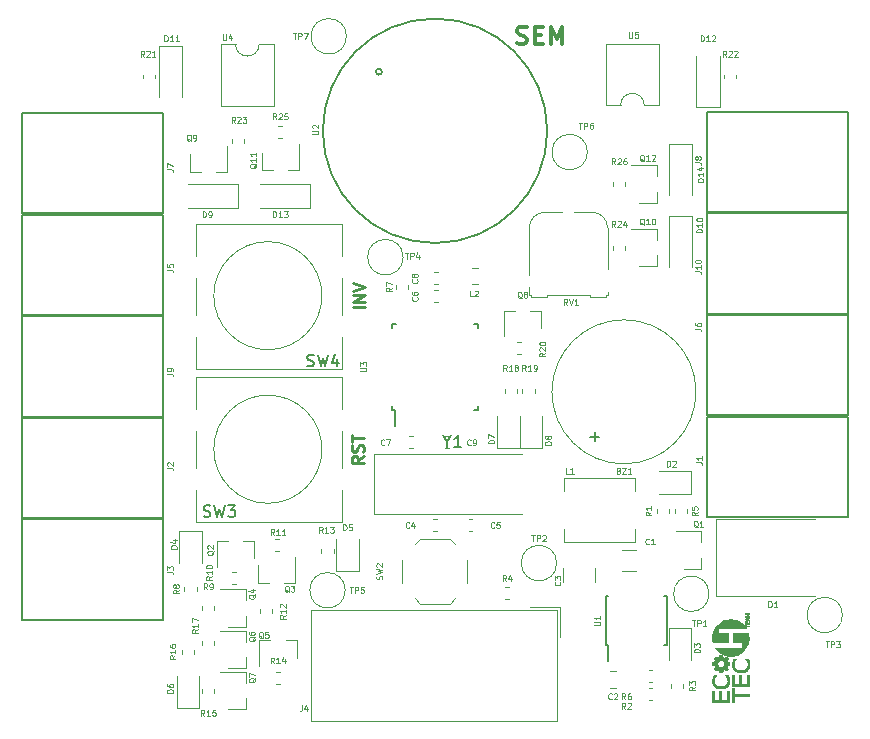
<source format=gto>
G04 #@! TF.GenerationSoftware,KiCad,Pcbnew,(5.0.2)-1*
G04 #@! TF.CreationDate,2019-05-09T18:21:29+02:00*
G04 #@! TF.ProjectId,SafetySystem,53616665-7479-4537-9973-74656d2e6b69,rev?*
G04 #@! TF.SameCoordinates,Original*
G04 #@! TF.FileFunction,Legend,Top*
G04 #@! TF.FilePolarity,Positive*
%FSLAX46Y46*%
G04 Gerber Fmt 4.6, Leading zero omitted, Abs format (unit mm)*
G04 Created by KiCad (PCBNEW (5.0.2)-1) date 09.05.2019 18:21:29*
%MOMM*%
%LPD*%
G01*
G04 APERTURE LIST*
%ADD10C,0.250000*%
%ADD11C,0.300000*%
%ADD12C,0.010000*%
%ADD13C,0.150000*%
%ADD14C,0.120000*%
%ADD15C,0.100000*%
G04 APERTURE END LIST*
D10*
X189052380Y-74952380D02*
X188052380Y-74952380D01*
X189052380Y-74476190D02*
X188052380Y-74476190D01*
X189052380Y-73904761D01*
X188052380Y-73904761D01*
X188052380Y-73571428D02*
X189052380Y-73238095D01*
X188052380Y-72904761D01*
X188952380Y-87547619D02*
X188476190Y-87880952D01*
X188952380Y-88119047D02*
X187952380Y-88119047D01*
X187952380Y-87738095D01*
X188000000Y-87642857D01*
X188047619Y-87595238D01*
X188142857Y-87547619D01*
X188285714Y-87547619D01*
X188380952Y-87595238D01*
X188428571Y-87642857D01*
X188476190Y-87738095D01*
X188476190Y-88119047D01*
X188904761Y-87166666D02*
X188952380Y-87023809D01*
X188952380Y-86785714D01*
X188904761Y-86690476D01*
X188857142Y-86642857D01*
X188761904Y-86595238D01*
X188666666Y-86595238D01*
X188571428Y-86642857D01*
X188523809Y-86690476D01*
X188476190Y-86785714D01*
X188428571Y-86976190D01*
X188380952Y-87071428D01*
X188333333Y-87119047D01*
X188238095Y-87166666D01*
X188142857Y-87166666D01*
X188047619Y-87119047D01*
X188000000Y-87071428D01*
X187952380Y-86976190D01*
X187952380Y-86738095D01*
X188000000Y-86595238D01*
X187952380Y-86309523D02*
X187952380Y-85738095D01*
X188952380Y-86023809D02*
X187952380Y-86023809D01*
D11*
X201935714Y-52607142D02*
X202150000Y-52678571D01*
X202507142Y-52678571D01*
X202650000Y-52607142D01*
X202721428Y-52535714D01*
X202792857Y-52392857D01*
X202792857Y-52250000D01*
X202721428Y-52107142D01*
X202650000Y-52035714D01*
X202507142Y-51964285D01*
X202221428Y-51892857D01*
X202078571Y-51821428D01*
X202007142Y-51750000D01*
X201935714Y-51607142D01*
X201935714Y-51464285D01*
X202007142Y-51321428D01*
X202078571Y-51250000D01*
X202221428Y-51178571D01*
X202578571Y-51178571D01*
X202792857Y-51250000D01*
X203435714Y-51892857D02*
X203935714Y-51892857D01*
X204150000Y-52678571D02*
X203435714Y-52678571D01*
X203435714Y-51178571D01*
X204150000Y-51178571D01*
X204792857Y-52678571D02*
X204792857Y-51178571D01*
X205292857Y-52250000D01*
X205792857Y-51178571D01*
X205792857Y-52678571D01*
D12*
G04 #@! TO.C,G1*
G36*
X220152401Y-105115340D02*
X220159881Y-105037679D01*
X220172896Y-104969625D01*
X220173579Y-104967004D01*
X220182598Y-104936501D01*
X220195444Y-104897763D01*
X220210644Y-104854745D01*
X220226725Y-104811404D01*
X220242215Y-104771695D01*
X220255639Y-104739572D01*
X220265526Y-104718993D01*
X220266633Y-104717114D01*
X220274649Y-104712309D01*
X220292930Y-104709385D01*
X220323579Y-104708183D01*
X220368699Y-104708541D01*
X220376502Y-104708711D01*
X220479703Y-104711100D01*
X220436108Y-104770367D01*
X220388262Y-104844478D01*
X220347584Y-104925449D01*
X220317267Y-105006642D01*
X220310152Y-105032071D01*
X220299105Y-105092176D01*
X220293719Y-105159232D01*
X220294075Y-105226870D01*
X220300253Y-105288722D01*
X220306546Y-105319478D01*
X220335359Y-105398935D01*
X220378031Y-105469626D01*
X220433617Y-105531010D01*
X220501176Y-105582547D01*
X220579765Y-105623698D01*
X220668440Y-105653922D01*
X220766261Y-105672680D01*
X220872283Y-105679432D01*
X220932367Y-105677909D01*
X221041294Y-105665642D01*
X221139192Y-105641643D01*
X221225633Y-105606223D01*
X221300187Y-105559691D01*
X221362427Y-105502357D01*
X221411923Y-105434533D01*
X221448247Y-105356528D01*
X221466687Y-105291067D01*
X221474555Y-105231995D01*
X221476032Y-105164139D01*
X221471346Y-105094301D01*
X221460722Y-105029285D01*
X221457507Y-105015900D01*
X221438296Y-104958703D01*
X221409532Y-104895579D01*
X221374081Y-104832117D01*
X221334807Y-104773903D01*
X221330523Y-104768250D01*
X221283424Y-104706867D01*
X221492893Y-104706867D01*
X221519031Y-104764017D01*
X221546949Y-104827488D01*
X221568257Y-104882156D01*
X221585029Y-104933755D01*
X221597773Y-104981537D01*
X221606580Y-105028425D01*
X221613257Y-105085425D01*
X221617529Y-105147073D01*
X221619121Y-105207906D01*
X221617758Y-105262461D01*
X221613869Y-105301109D01*
X221594741Y-105393725D01*
X221568047Y-105473898D01*
X221532106Y-105545064D01*
X221485239Y-105610656D01*
X221436560Y-105663600D01*
X221374887Y-105719303D01*
X221318512Y-105759053D01*
X221304755Y-105766754D01*
X221218268Y-105804154D01*
X221121183Y-105831749D01*
X221016837Y-105849349D01*
X220908571Y-105856767D01*
X220799722Y-105853811D01*
X220693630Y-105840295D01*
X220593633Y-105816028D01*
X220570202Y-105808338D01*
X220474846Y-105766774D01*
X220390252Y-105712401D01*
X220317142Y-105646043D01*
X220256236Y-105568525D01*
X220208254Y-105480670D01*
X220173915Y-105383303D01*
X220164631Y-105344160D01*
X220154629Y-105274762D01*
X220150601Y-105196428D01*
X220152401Y-105115340D01*
X220152401Y-105115340D01*
G37*
X220152401Y-105115340D02*
X220159881Y-105037679D01*
X220172896Y-104969625D01*
X220173579Y-104967004D01*
X220182598Y-104936501D01*
X220195444Y-104897763D01*
X220210644Y-104854745D01*
X220226725Y-104811404D01*
X220242215Y-104771695D01*
X220255639Y-104739572D01*
X220265526Y-104718993D01*
X220266633Y-104717114D01*
X220274649Y-104712309D01*
X220292930Y-104709385D01*
X220323579Y-104708183D01*
X220368699Y-104708541D01*
X220376502Y-104708711D01*
X220479703Y-104711100D01*
X220436108Y-104770367D01*
X220388262Y-104844478D01*
X220347584Y-104925449D01*
X220317267Y-105006642D01*
X220310152Y-105032071D01*
X220299105Y-105092176D01*
X220293719Y-105159232D01*
X220294075Y-105226870D01*
X220300253Y-105288722D01*
X220306546Y-105319478D01*
X220335359Y-105398935D01*
X220378031Y-105469626D01*
X220433617Y-105531010D01*
X220501176Y-105582547D01*
X220579765Y-105623698D01*
X220668440Y-105653922D01*
X220766261Y-105672680D01*
X220872283Y-105679432D01*
X220932367Y-105677909D01*
X221041294Y-105665642D01*
X221139192Y-105641643D01*
X221225633Y-105606223D01*
X221300187Y-105559691D01*
X221362427Y-105502357D01*
X221411923Y-105434533D01*
X221448247Y-105356528D01*
X221466687Y-105291067D01*
X221474555Y-105231995D01*
X221476032Y-105164139D01*
X221471346Y-105094301D01*
X221460722Y-105029285D01*
X221457507Y-105015900D01*
X221438296Y-104958703D01*
X221409532Y-104895579D01*
X221374081Y-104832117D01*
X221334807Y-104773903D01*
X221330523Y-104768250D01*
X221283424Y-104706867D01*
X221492893Y-104706867D01*
X221519031Y-104764017D01*
X221546949Y-104827488D01*
X221568257Y-104882156D01*
X221585029Y-104933755D01*
X221597773Y-104981537D01*
X221606580Y-105028425D01*
X221613257Y-105085425D01*
X221617529Y-105147073D01*
X221619121Y-105207906D01*
X221617758Y-105262461D01*
X221613869Y-105301109D01*
X221594741Y-105393725D01*
X221568047Y-105473898D01*
X221532106Y-105545064D01*
X221485239Y-105610656D01*
X221436560Y-105663600D01*
X221374887Y-105719303D01*
X221318512Y-105759053D01*
X221304755Y-105766754D01*
X221218268Y-105804154D01*
X221121183Y-105831749D01*
X221016837Y-105849349D01*
X220908571Y-105856767D01*
X220799722Y-105853811D01*
X220693630Y-105840295D01*
X220593633Y-105816028D01*
X220570202Y-105808338D01*
X220474846Y-105766774D01*
X220390252Y-105712401D01*
X220317142Y-105646043D01*
X220256236Y-105568525D01*
X220208254Y-105480670D01*
X220173915Y-105383303D01*
X220164631Y-105344160D01*
X220154629Y-105274762D01*
X220150601Y-105196428D01*
X220152401Y-105115340D01*
G36*
X218469071Y-102837300D02*
X218482869Y-102689674D01*
X218509795Y-102544788D01*
X218549695Y-102405801D01*
X218550108Y-102404599D01*
X218572869Y-102345589D01*
X218602846Y-102278243D01*
X218637596Y-102207327D01*
X218674673Y-102137603D01*
X218711632Y-102073834D01*
X218746028Y-102020785D01*
X218750025Y-102015145D01*
X218829880Y-101914113D01*
X218921356Y-101816288D01*
X219020504Y-101725392D01*
X219123380Y-101645149D01*
X219188233Y-101601800D01*
X219328563Y-101524003D01*
X219473934Y-101461889D01*
X219623185Y-101415384D01*
X219775154Y-101384416D01*
X219928680Y-101368910D01*
X220082602Y-101368793D01*
X220235758Y-101383993D01*
X220386987Y-101414434D01*
X220535127Y-101460045D01*
X220679018Y-101520751D01*
X220817497Y-101596478D01*
X220949404Y-101687155D01*
X220985297Y-101715453D01*
X221041540Y-101764033D01*
X221098763Y-101818637D01*
X221152969Y-101875145D01*
X221200164Y-101929437D01*
X221228862Y-101966649D01*
X221246634Y-101990287D01*
X221260994Y-102007302D01*
X221268869Y-102014056D01*
X221268917Y-102014061D01*
X221271211Y-102006255D01*
X221273136Y-101984551D01*
X221274527Y-101951981D01*
X221275219Y-101911579D01*
X221275267Y-101897345D01*
X221275525Y-101849862D01*
X221276477Y-101816868D01*
X221278388Y-101795926D01*
X221281520Y-101784594D01*
X221286140Y-101780436D01*
X221287967Y-101780222D01*
X221294949Y-101783776D01*
X221298903Y-101796523D01*
X221300518Y-101821598D01*
X221300667Y-101837883D01*
X221300667Y-101895543D01*
X221450841Y-101897855D01*
X221505604Y-101898888D01*
X221545663Y-101900203D01*
X221573245Y-101902024D01*
X221590580Y-101904577D01*
X221599896Y-101908087D01*
X221603422Y-101912779D01*
X221603534Y-101913280D01*
X221602484Y-101928332D01*
X221600115Y-101932330D01*
X221590093Y-101934269D01*
X221566009Y-101935942D01*
X221530736Y-101937239D01*
X221487143Y-101938047D01*
X221447422Y-101938267D01*
X221300667Y-101938267D01*
X221300667Y-102076533D01*
X220149200Y-102070991D01*
X218997733Y-102065448D01*
X218997733Y-102514000D01*
X219338516Y-102515975D01*
X219415412Y-102516416D01*
X219489140Y-102516830D01*
X219557493Y-102517205D01*
X219618261Y-102517529D01*
X219669237Y-102517792D01*
X219708211Y-102517980D01*
X219732975Y-102518082D01*
X219736464Y-102518092D01*
X219793629Y-102518234D01*
X219793614Y-102909817D01*
X219793600Y-103301400D01*
X218517143Y-103301400D01*
X218507991Y-103265051D01*
X218481477Y-103128146D01*
X218468556Y-102984510D01*
X218469071Y-102837300D01*
X218469071Y-102837300D01*
G37*
X218469071Y-102837300D02*
X218482869Y-102689674D01*
X218509795Y-102544788D01*
X218549695Y-102405801D01*
X218550108Y-102404599D01*
X218572869Y-102345589D01*
X218602846Y-102278243D01*
X218637596Y-102207327D01*
X218674673Y-102137603D01*
X218711632Y-102073834D01*
X218746028Y-102020785D01*
X218750025Y-102015145D01*
X218829880Y-101914113D01*
X218921356Y-101816288D01*
X219020504Y-101725392D01*
X219123380Y-101645149D01*
X219188233Y-101601800D01*
X219328563Y-101524003D01*
X219473934Y-101461889D01*
X219623185Y-101415384D01*
X219775154Y-101384416D01*
X219928680Y-101368910D01*
X220082602Y-101368793D01*
X220235758Y-101383993D01*
X220386987Y-101414434D01*
X220535127Y-101460045D01*
X220679018Y-101520751D01*
X220817497Y-101596478D01*
X220949404Y-101687155D01*
X220985297Y-101715453D01*
X221041540Y-101764033D01*
X221098763Y-101818637D01*
X221152969Y-101875145D01*
X221200164Y-101929437D01*
X221228862Y-101966649D01*
X221246634Y-101990287D01*
X221260994Y-102007302D01*
X221268869Y-102014056D01*
X221268917Y-102014061D01*
X221271211Y-102006255D01*
X221273136Y-101984551D01*
X221274527Y-101951981D01*
X221275219Y-101911579D01*
X221275267Y-101897345D01*
X221275525Y-101849862D01*
X221276477Y-101816868D01*
X221278388Y-101795926D01*
X221281520Y-101784594D01*
X221286140Y-101780436D01*
X221287967Y-101780222D01*
X221294949Y-101783776D01*
X221298903Y-101796523D01*
X221300518Y-101821598D01*
X221300667Y-101837883D01*
X221300667Y-101895543D01*
X221450841Y-101897855D01*
X221505604Y-101898888D01*
X221545663Y-101900203D01*
X221573245Y-101902024D01*
X221590580Y-101904577D01*
X221599896Y-101908087D01*
X221603422Y-101912779D01*
X221603534Y-101913280D01*
X221602484Y-101928332D01*
X221600115Y-101932330D01*
X221590093Y-101934269D01*
X221566009Y-101935942D01*
X221530736Y-101937239D01*
X221487143Y-101938047D01*
X221447422Y-101938267D01*
X221300667Y-101938267D01*
X221300667Y-102076533D01*
X220149200Y-102070991D01*
X218997733Y-102065448D01*
X218997733Y-102514000D01*
X219338516Y-102515975D01*
X219415412Y-102516416D01*
X219489140Y-102516830D01*
X219557493Y-102517205D01*
X219618261Y-102517529D01*
X219669237Y-102517792D01*
X219708211Y-102517980D01*
X219732975Y-102518082D01*
X219736464Y-102518092D01*
X219793629Y-102518234D01*
X219793614Y-102909817D01*
X219793600Y-103301400D01*
X218517143Y-103301400D01*
X218507991Y-103265051D01*
X218481477Y-103128146D01*
X218468556Y-102984510D01*
X218469071Y-102837300D01*
G36*
X221275566Y-101575935D02*
X221276669Y-101545483D01*
X221278881Y-101526863D01*
X221282508Y-101517529D01*
X221287854Y-101514934D01*
X221287967Y-101514934D01*
X221293766Y-101517659D01*
X221297539Y-101527658D01*
X221299675Y-101547663D01*
X221300566Y-101580409D01*
X221300667Y-101603834D01*
X221300667Y-101692734D01*
X221410733Y-101692734D01*
X221410733Y-101608067D01*
X221411153Y-101568585D01*
X221412690Y-101543237D01*
X221415764Y-101529237D01*
X221420790Y-101523801D01*
X221423433Y-101523400D01*
X221429355Y-101526198D01*
X221433158Y-101536448D01*
X221435258Y-101556936D01*
X221436073Y-101590447D01*
X221436133Y-101608067D01*
X221436133Y-101692734D01*
X221571600Y-101692734D01*
X221571600Y-101603213D01*
X221571852Y-101563331D01*
X221572931Y-101537547D01*
X221575321Y-101523027D01*
X221579507Y-101516939D01*
X221585972Y-101516451D01*
X221586417Y-101516532D01*
X221592734Y-101519579D01*
X221597132Y-101527728D01*
X221600062Y-101543765D01*
X221601972Y-101570474D01*
X221603314Y-101610643D01*
X221603610Y-101622987D01*
X221605988Y-101726600D01*
X221275267Y-101726600D01*
X221275267Y-101620767D01*
X221275566Y-101575935D01*
X221275566Y-101575935D01*
G37*
X221275566Y-101575935D02*
X221276669Y-101545483D01*
X221278881Y-101526863D01*
X221282508Y-101517529D01*
X221287854Y-101514934D01*
X221287967Y-101514934D01*
X221293766Y-101517659D01*
X221297539Y-101527658D01*
X221299675Y-101547663D01*
X221300566Y-101580409D01*
X221300667Y-101603834D01*
X221300667Y-101692734D01*
X221410733Y-101692734D01*
X221410733Y-101608067D01*
X221411153Y-101568585D01*
X221412690Y-101543237D01*
X221415764Y-101529237D01*
X221420790Y-101523801D01*
X221423433Y-101523400D01*
X221429355Y-101526198D01*
X221433158Y-101536448D01*
X221435258Y-101556936D01*
X221436073Y-101590447D01*
X221436133Y-101608067D01*
X221436133Y-101692734D01*
X221571600Y-101692734D01*
X221571600Y-101603213D01*
X221571852Y-101563331D01*
X221572931Y-101537547D01*
X221575321Y-101523027D01*
X221579507Y-101516939D01*
X221585972Y-101516451D01*
X221586417Y-101516532D01*
X221592734Y-101519579D01*
X221597132Y-101527728D01*
X221600062Y-101543765D01*
X221601972Y-101570474D01*
X221603314Y-101610643D01*
X221603610Y-101622987D01*
X221605988Y-101726600D01*
X221275267Y-101726600D01*
X221275267Y-101620767D01*
X221275566Y-101575935D01*
G36*
X221433115Y-101256553D02*
X221481888Y-101238363D01*
X221525277Y-101222157D01*
X221560770Y-101208875D01*
X221585851Y-101199458D01*
X221598005Y-101194849D01*
X221598605Y-101194611D01*
X221603832Y-101199472D01*
X221605467Y-101211597D01*
X221602760Y-101223863D01*
X221592273Y-101233696D01*
X221570449Y-101243821D01*
X221556783Y-101248911D01*
X221508100Y-101266417D01*
X221508100Y-101415720D01*
X221556783Y-101433102D01*
X221586836Y-101445663D01*
X221602249Y-101457102D01*
X221605467Y-101465775D01*
X221600660Y-101478357D01*
X221594883Y-101480596D01*
X221583956Y-101477594D01*
X221559841Y-101469518D01*
X221525182Y-101457300D01*
X221482623Y-101441875D01*
X221471123Y-101437618D01*
X221471123Y-101402144D01*
X221475566Y-101396846D01*
X221477748Y-101381794D01*
X221478436Y-101353911D01*
X221478467Y-101341367D01*
X221478102Y-101308570D01*
X221476496Y-101289620D01*
X221472881Y-101281437D01*
X221466489Y-101280939D01*
X221463650Y-101281932D01*
X221449217Y-101287409D01*
X221423531Y-101296937D01*
X221391258Y-101308789D01*
X221378535Y-101313434D01*
X221347678Y-101325078D01*
X221324382Y-101334629D01*
X221312059Y-101340650D01*
X221311020Y-101341843D01*
X221319691Y-101345862D01*
X221340406Y-101354174D01*
X221369310Y-101365247D01*
X221381319Y-101369742D01*
X221414207Y-101382022D01*
X221442258Y-101392578D01*
X221460682Y-101399605D01*
X221463650Y-101400768D01*
X221471123Y-101402144D01*
X221471123Y-101437618D01*
X221434808Y-101424174D01*
X221431900Y-101423086D01*
X221379187Y-101403262D01*
X221340231Y-101388178D01*
X221312907Y-101376703D01*
X221295087Y-101367709D01*
X221284644Y-101360068D01*
X221279453Y-101352650D01*
X221277386Y-101344327D01*
X221276994Y-101340859D01*
X221274487Y-101315673D01*
X221433115Y-101256553D01*
X221433115Y-101256553D01*
G37*
X221433115Y-101256553D02*
X221481888Y-101238363D01*
X221525277Y-101222157D01*
X221560770Y-101208875D01*
X221585851Y-101199458D01*
X221598005Y-101194849D01*
X221598605Y-101194611D01*
X221603832Y-101199472D01*
X221605467Y-101211597D01*
X221602760Y-101223863D01*
X221592273Y-101233696D01*
X221570449Y-101243821D01*
X221556783Y-101248911D01*
X221508100Y-101266417D01*
X221508100Y-101415720D01*
X221556783Y-101433102D01*
X221586836Y-101445663D01*
X221602249Y-101457102D01*
X221605467Y-101465775D01*
X221600660Y-101478357D01*
X221594883Y-101480596D01*
X221583956Y-101477594D01*
X221559841Y-101469518D01*
X221525182Y-101457300D01*
X221482623Y-101441875D01*
X221471123Y-101437618D01*
X221471123Y-101402144D01*
X221475566Y-101396846D01*
X221477748Y-101381794D01*
X221478436Y-101353911D01*
X221478467Y-101341367D01*
X221478102Y-101308570D01*
X221476496Y-101289620D01*
X221472881Y-101281437D01*
X221466489Y-101280939D01*
X221463650Y-101281932D01*
X221449217Y-101287409D01*
X221423531Y-101296937D01*
X221391258Y-101308789D01*
X221378535Y-101313434D01*
X221347678Y-101325078D01*
X221324382Y-101334629D01*
X221312059Y-101340650D01*
X221311020Y-101341843D01*
X221319691Y-101345862D01*
X221340406Y-101354174D01*
X221369310Y-101365247D01*
X221381319Y-101369742D01*
X221414207Y-101382022D01*
X221442258Y-101392578D01*
X221460682Y-101399605D01*
X221463650Y-101400768D01*
X221471123Y-101402144D01*
X221471123Y-101437618D01*
X221434808Y-101424174D01*
X221431900Y-101423086D01*
X221379187Y-101403262D01*
X221340231Y-101388178D01*
X221312907Y-101376703D01*
X221295087Y-101367709D01*
X221284644Y-101360068D01*
X221279453Y-101352650D01*
X221277386Y-101344327D01*
X221276994Y-101340859D01*
X221274487Y-101315673D01*
X221433115Y-101256553D01*
G36*
X221276465Y-101108280D02*
X221281729Y-101098994D01*
X221293564Y-101089084D01*
X221314474Y-101076678D01*
X221346963Y-101059907D01*
X221368400Y-101049267D01*
X221404067Y-101031297D01*
X221433422Y-101015799D01*
X221453542Y-101004369D01*
X221461506Y-100998598D01*
X221461533Y-100998467D01*
X221454393Y-100993087D01*
X221434920Y-100981951D01*
X221406037Y-100966653D01*
X221370666Y-100948786D01*
X221368400Y-100947667D01*
X221329162Y-100928003D01*
X221302759Y-100913642D01*
X221286686Y-100902714D01*
X221278440Y-100893349D01*
X221275516Y-100883677D01*
X221275267Y-100878124D01*
X221275267Y-100854533D01*
X221440367Y-100854533D01*
X221497076Y-100854606D01*
X221539061Y-100854974D01*
X221568530Y-100855860D01*
X221587690Y-100857488D01*
X221598751Y-100860083D01*
X221603921Y-100863868D01*
X221605408Y-100869067D01*
X221605467Y-100871267D01*
X221604625Y-100877349D01*
X221600534Y-100881808D01*
X221590848Y-100884949D01*
X221573219Y-100887080D01*
X221545299Y-100888509D01*
X221504741Y-100889541D01*
X221459821Y-100890317D01*
X221314176Y-100892633D01*
X221413255Y-100940996D01*
X221450214Y-100959670D01*
X221480911Y-100976384D01*
X221502490Y-100989495D01*
X221512096Y-100997357D01*
X221512333Y-100998077D01*
X221505192Y-101004932D01*
X221485648Y-101017531D01*
X221456519Y-101034198D01*
X221420624Y-101053258D01*
X221412850Y-101057226D01*
X221313367Y-101107655D01*
X221459417Y-101108094D01*
X221512300Y-101108341D01*
X221550598Y-101108901D01*
X221576657Y-101110052D01*
X221592826Y-101112075D01*
X221601452Y-101115249D01*
X221604882Y-101119852D01*
X221605467Y-101125467D01*
X221604788Y-101131282D01*
X221601278Y-101135587D01*
X221592727Y-101138609D01*
X221576927Y-101140574D01*
X221551667Y-101141709D01*
X221514738Y-101142239D01*
X221463930Y-101142393D01*
X221440367Y-101142400D01*
X221275267Y-101142400D01*
X221275267Y-101118810D01*
X221276465Y-101108280D01*
X221276465Y-101108280D01*
G37*
X221276465Y-101108280D02*
X221281729Y-101098994D01*
X221293564Y-101089084D01*
X221314474Y-101076678D01*
X221346963Y-101059907D01*
X221368400Y-101049267D01*
X221404067Y-101031297D01*
X221433422Y-101015799D01*
X221453542Y-101004369D01*
X221461506Y-100998598D01*
X221461533Y-100998467D01*
X221454393Y-100993087D01*
X221434920Y-100981951D01*
X221406037Y-100966653D01*
X221370666Y-100948786D01*
X221368400Y-100947667D01*
X221329162Y-100928003D01*
X221302759Y-100913642D01*
X221286686Y-100902714D01*
X221278440Y-100893349D01*
X221275516Y-100883677D01*
X221275267Y-100878124D01*
X221275267Y-100854533D01*
X221440367Y-100854533D01*
X221497076Y-100854606D01*
X221539061Y-100854974D01*
X221568530Y-100855860D01*
X221587690Y-100857488D01*
X221598751Y-100860083D01*
X221603921Y-100863868D01*
X221605408Y-100869067D01*
X221605467Y-100871267D01*
X221604625Y-100877349D01*
X221600534Y-100881808D01*
X221590848Y-100884949D01*
X221573219Y-100887080D01*
X221545299Y-100888509D01*
X221504741Y-100889541D01*
X221459821Y-100890317D01*
X221314176Y-100892633D01*
X221413255Y-100940996D01*
X221450214Y-100959670D01*
X221480911Y-100976384D01*
X221502490Y-100989495D01*
X221512096Y-100997357D01*
X221512333Y-100998077D01*
X221505192Y-101004932D01*
X221485648Y-101017531D01*
X221456519Y-101034198D01*
X221420624Y-101053258D01*
X221412850Y-101057226D01*
X221313367Y-101107655D01*
X221459417Y-101108094D01*
X221512300Y-101108341D01*
X221550598Y-101108901D01*
X221576657Y-101110052D01*
X221592826Y-101112075D01*
X221601452Y-101115249D01*
X221604882Y-101119852D01*
X221605467Y-101125467D01*
X221604788Y-101131282D01*
X221601278Y-101135587D01*
X221592727Y-101138609D01*
X221576927Y-101140574D01*
X221551667Y-101141709D01*
X221514738Y-101142239D01*
X221463930Y-101142393D01*
X221440367Y-101142400D01*
X221275267Y-101142400D01*
X221275267Y-101118810D01*
X221276465Y-101108280D01*
G36*
X220318533Y-107170667D02*
X220318533Y-107678667D01*
X221597000Y-107678667D01*
X221597000Y-107856467D01*
X220318533Y-107856467D01*
X220318533Y-108360234D01*
X220174600Y-108360234D01*
X220174600Y-107170667D01*
X220318533Y-107170667D01*
X220318533Y-107170667D01*
G37*
X220318533Y-107170667D02*
X220318533Y-107678667D01*
X221597000Y-107678667D01*
X221597000Y-107856467D01*
X220318533Y-107856467D01*
X220318533Y-108360234D01*
X220174600Y-108360234D01*
X220174600Y-107170667D01*
X220318533Y-107170667D01*
G36*
X220318533Y-106044600D02*
X220318533Y-106798133D01*
X220741867Y-106798133D01*
X220741867Y-106061533D01*
X220894267Y-106061533D01*
X220894267Y-106798133D01*
X221444600Y-106798133D01*
X221444600Y-106044600D01*
X221597000Y-106044600D01*
X221597000Y-106967467D01*
X220174600Y-106967467D01*
X220174600Y-106044600D01*
X220318533Y-106044600D01*
X220318533Y-106044600D01*
G37*
X220318533Y-106044600D02*
X220318533Y-106798133D01*
X220741867Y-106798133D01*
X220741867Y-106061533D01*
X220894267Y-106061533D01*
X220894267Y-106798133D01*
X221444600Y-106798133D01*
X221444600Y-106044600D01*
X221597000Y-106044600D01*
X221597000Y-106967467D01*
X220174600Y-106967467D01*
X220174600Y-106044600D01*
X220318533Y-106044600D01*
G36*
X219868478Y-103752220D02*
X221021267Y-103750073D01*
X221021267Y-103301400D01*
X220242333Y-103301400D01*
X220242333Y-102522467D01*
X221502509Y-102522467D01*
X221515322Y-102579617D01*
X221531367Y-102667297D01*
X221542849Y-102763915D01*
X221549334Y-102863118D01*
X221550387Y-102958552D01*
X221546446Y-103034700D01*
X221523687Y-103198261D01*
X221485380Y-103355237D01*
X221431689Y-103505284D01*
X221362777Y-103648062D01*
X221278807Y-103783226D01*
X221179944Y-103910436D01*
X221075023Y-104021067D01*
X220977407Y-104108243D01*
X220877909Y-104182902D01*
X220770948Y-104249050D01*
X220716467Y-104278361D01*
X220568799Y-104345323D01*
X220417680Y-104396002D01*
X220264090Y-104430459D01*
X220109012Y-104448753D01*
X219953428Y-104450945D01*
X219798318Y-104437094D01*
X219644666Y-104407261D01*
X219493451Y-104361505D01*
X219345658Y-104299887D01*
X219202266Y-104222467D01*
X219138539Y-104181888D01*
X219074479Y-104134922D01*
X219005675Y-104077289D01*
X218936137Y-104012815D01*
X218869875Y-103945329D01*
X218810899Y-103878657D01*
X218779811Y-103839488D01*
X218715690Y-103754367D01*
X219868478Y-103752220D01*
X219868478Y-103752220D01*
G37*
X219868478Y-103752220D02*
X221021267Y-103750073D01*
X221021267Y-103301400D01*
X220242333Y-103301400D01*
X220242333Y-102522467D01*
X221502509Y-102522467D01*
X221515322Y-102579617D01*
X221531367Y-102667297D01*
X221542849Y-102763915D01*
X221549334Y-102863118D01*
X221550387Y-102958552D01*
X221546446Y-103034700D01*
X221523687Y-103198261D01*
X221485380Y-103355237D01*
X221431689Y-103505284D01*
X221362777Y-103648062D01*
X221278807Y-103783226D01*
X221179944Y-103910436D01*
X221075023Y-104021067D01*
X220977407Y-104108243D01*
X220877909Y-104182902D01*
X220770948Y-104249050D01*
X220716467Y-104278361D01*
X220568799Y-104345323D01*
X220417680Y-104396002D01*
X220264090Y-104430459D01*
X220109012Y-104448753D01*
X219953428Y-104450945D01*
X219798318Y-104437094D01*
X219644666Y-104407261D01*
X219493451Y-104361505D01*
X219345658Y-104299887D01*
X219202266Y-104222467D01*
X219138539Y-104181888D01*
X219074479Y-104134922D01*
X219005675Y-104077289D01*
X218936137Y-104012815D01*
X218869875Y-103945329D01*
X218810899Y-103878657D01*
X218779811Y-103839488D01*
X218715690Y-103754367D01*
X219868478Y-103752220D01*
G36*
X218616733Y-107424667D02*
X218616733Y-107804256D01*
X218616809Y-107882753D01*
X218617026Y-107955923D01*
X218617370Y-108022053D01*
X218617823Y-108079427D01*
X218618370Y-108126333D01*
X218618995Y-108161056D01*
X218619684Y-108181883D01*
X218620248Y-108187372D01*
X218629327Y-108188245D01*
X218653025Y-108188850D01*
X218689031Y-108189177D01*
X218735034Y-108189213D01*
X218788722Y-108188947D01*
X218836404Y-108188499D01*
X219049044Y-108186098D01*
X219046672Y-107813846D01*
X219044300Y-107441593D01*
X219118295Y-107441597D01*
X219192290Y-107441600D01*
X219194495Y-107814377D01*
X219196700Y-108187153D01*
X219755500Y-108187153D01*
X219759906Y-107424667D01*
X219912133Y-107424667D01*
X219912133Y-108364467D01*
X218464333Y-108364467D01*
X218464333Y-107424667D01*
X218616733Y-107424667D01*
X218616733Y-107424667D01*
G37*
X218616733Y-107424667D02*
X218616733Y-107804256D01*
X218616809Y-107882753D01*
X218617026Y-107955923D01*
X218617370Y-108022053D01*
X218617823Y-108079427D01*
X218618370Y-108126333D01*
X218618995Y-108161056D01*
X218619684Y-108181883D01*
X218620248Y-108187372D01*
X218629327Y-108188245D01*
X218653025Y-108188850D01*
X218689031Y-108189177D01*
X218735034Y-108189213D01*
X218788722Y-108188947D01*
X218836404Y-108188499D01*
X219049044Y-108186098D01*
X219046672Y-107813846D01*
X219044300Y-107441593D01*
X219118295Y-107441597D01*
X219192290Y-107441600D01*
X219194495Y-107814377D01*
X219196700Y-108187153D01*
X219755500Y-108187153D01*
X219759906Y-107424667D01*
X219912133Y-107424667D01*
X219912133Y-108364467D01*
X218464333Y-108364467D01*
X218464333Y-107424667D01*
X218616733Y-107424667D01*
G36*
X218467647Y-106463511D02*
X218478147Y-106381660D01*
X218497152Y-106301278D01*
X218525795Y-106217155D01*
X218550649Y-106156783D01*
X218584710Y-106078467D01*
X218685388Y-106078467D01*
X218724419Y-106078821D01*
X218756400Y-106079786D01*
X218778045Y-106081215D01*
X218786066Y-106082960D01*
X218786067Y-106082972D01*
X218781513Y-106091402D01*
X218769272Y-106110390D01*
X218751469Y-106136695D01*
X218739247Y-106154294D01*
X218683411Y-106243978D01*
X218643166Y-106332309D01*
X218617637Y-106421883D01*
X218605949Y-106515295D01*
X218604955Y-106552600D01*
X218611814Y-106645603D01*
X218632779Y-106729272D01*
X218667950Y-106803790D01*
X218717424Y-106869337D01*
X218781303Y-106926098D01*
X218824167Y-106954571D01*
X218896475Y-106989679D01*
X218980154Y-107016189D01*
X219071625Y-107033467D01*
X219167313Y-107040874D01*
X219263642Y-107037774D01*
X219281543Y-107035965D01*
X219385590Y-107018505D01*
X219476650Y-106990782D01*
X219555515Y-106952375D01*
X219622976Y-106902864D01*
X219679825Y-106841830D01*
X219699854Y-106813970D01*
X219729971Y-106762841D01*
X219750812Y-106711726D01*
X219763577Y-106656093D01*
X219769465Y-106591413D01*
X219770203Y-106548367D01*
X219765038Y-106454414D01*
X219749170Y-106370301D01*
X219721217Y-106291967D01*
X219679799Y-106215349D01*
X219635356Y-106151658D01*
X219612294Y-106121230D01*
X219598771Y-106100655D01*
X219596154Y-106088011D01*
X219605808Y-106081376D01*
X219629102Y-106078828D01*
X219667402Y-106078445D01*
X219687412Y-106078467D01*
X219786235Y-106078467D01*
X219815228Y-106141219D01*
X219841068Y-106201954D01*
X219864850Y-106266799D01*
X219884774Y-106330279D01*
X219899041Y-106386916D01*
X219903128Y-106408667D01*
X219908057Y-106453686D01*
X219910599Y-106508836D01*
X219910821Y-106568537D01*
X219908791Y-106627212D01*
X219904574Y-106679284D01*
X219899467Y-106713467D01*
X219871411Y-106813578D01*
X219829747Y-106903763D01*
X219774876Y-106983609D01*
X219707198Y-107052702D01*
X219627115Y-107110629D01*
X219535027Y-107156975D01*
X219438000Y-107189579D01*
X219411176Y-107196268D01*
X219385872Y-107201215D01*
X219358829Y-107204677D01*
X219326790Y-107206906D01*
X219286494Y-107208159D01*
X219234683Y-107208689D01*
X219192466Y-107208767D01*
X219114478Y-107207945D01*
X219049836Y-107205022D01*
X218995016Y-107199311D01*
X218946489Y-107190127D01*
X218900729Y-107176784D01*
X218854209Y-107158595D01*
X218803404Y-107134874D01*
X218797454Y-107131924D01*
X218710417Y-107079811D01*
X218636177Y-107016741D01*
X218574953Y-106943092D01*
X218526958Y-106859238D01*
X218492410Y-106765557D01*
X218471523Y-106662424D01*
X218464516Y-106552038D01*
X218467647Y-106463511D01*
X218467647Y-106463511D01*
G37*
X218467647Y-106463511D02*
X218478147Y-106381660D01*
X218497152Y-106301278D01*
X218525795Y-106217155D01*
X218550649Y-106156783D01*
X218584710Y-106078467D01*
X218685388Y-106078467D01*
X218724419Y-106078821D01*
X218756400Y-106079786D01*
X218778045Y-106081215D01*
X218786066Y-106082960D01*
X218786067Y-106082972D01*
X218781513Y-106091402D01*
X218769272Y-106110390D01*
X218751469Y-106136695D01*
X218739247Y-106154294D01*
X218683411Y-106243978D01*
X218643166Y-106332309D01*
X218617637Y-106421883D01*
X218605949Y-106515295D01*
X218604955Y-106552600D01*
X218611814Y-106645603D01*
X218632779Y-106729272D01*
X218667950Y-106803790D01*
X218717424Y-106869337D01*
X218781303Y-106926098D01*
X218824167Y-106954571D01*
X218896475Y-106989679D01*
X218980154Y-107016189D01*
X219071625Y-107033467D01*
X219167313Y-107040874D01*
X219263642Y-107037774D01*
X219281543Y-107035965D01*
X219385590Y-107018505D01*
X219476650Y-106990782D01*
X219555515Y-106952375D01*
X219622976Y-106902864D01*
X219679825Y-106841830D01*
X219699854Y-106813970D01*
X219729971Y-106762841D01*
X219750812Y-106711726D01*
X219763577Y-106656093D01*
X219769465Y-106591413D01*
X219770203Y-106548367D01*
X219765038Y-106454414D01*
X219749170Y-106370301D01*
X219721217Y-106291967D01*
X219679799Y-106215349D01*
X219635356Y-106151658D01*
X219612294Y-106121230D01*
X219598771Y-106100655D01*
X219596154Y-106088011D01*
X219605808Y-106081376D01*
X219629102Y-106078828D01*
X219667402Y-106078445D01*
X219687412Y-106078467D01*
X219786235Y-106078467D01*
X219815228Y-106141219D01*
X219841068Y-106201954D01*
X219864850Y-106266799D01*
X219884774Y-106330279D01*
X219899041Y-106386916D01*
X219903128Y-106408667D01*
X219908057Y-106453686D01*
X219910599Y-106508836D01*
X219910821Y-106568537D01*
X219908791Y-106627212D01*
X219904574Y-106679284D01*
X219899467Y-106713467D01*
X219871411Y-106813578D01*
X219829747Y-106903763D01*
X219774876Y-106983609D01*
X219707198Y-107052702D01*
X219627115Y-107110629D01*
X219535027Y-107156975D01*
X219438000Y-107189579D01*
X219411176Y-107196268D01*
X219385872Y-107201215D01*
X219358829Y-107204677D01*
X219326790Y-107206906D01*
X219286494Y-107208159D01*
X219234683Y-107208689D01*
X219192466Y-107208767D01*
X219114478Y-107207945D01*
X219049836Y-107205022D01*
X218995016Y-107199311D01*
X218946489Y-107190127D01*
X218900729Y-107176784D01*
X218854209Y-107158595D01*
X218803404Y-107134874D01*
X218797454Y-107131924D01*
X218710417Y-107079811D01*
X218636177Y-107016741D01*
X218574953Y-106943092D01*
X218526958Y-106859238D01*
X218492410Y-106765557D01*
X218471523Y-106662424D01*
X218464516Y-106552038D01*
X218467647Y-106463511D01*
G36*
X218471505Y-105193365D02*
X218472179Y-105169746D01*
X218472633Y-105136235D01*
X218472800Y-105096449D01*
X218472800Y-104994964D01*
X218563100Y-104967332D01*
X218653399Y-104939700D01*
X218694531Y-104846704D01*
X218649569Y-104755577D01*
X218604606Y-104664449D01*
X218659353Y-104608820D01*
X218686662Y-104581809D01*
X218712357Y-104557671D01*
X218732207Y-104540337D01*
X218737366Y-104536331D01*
X218760633Y-104519471D01*
X218844700Y-104563434D01*
X218928766Y-104607397D01*
X218975740Y-104587928D01*
X219022713Y-104568458D01*
X219053257Y-104476796D01*
X219083800Y-104385133D01*
X219299330Y-104385133D01*
X219326974Y-104476358D01*
X219354618Y-104567582D01*
X219405529Y-104586124D01*
X219456439Y-104604666D01*
X219541673Y-104561893D01*
X219626906Y-104519121D01*
X219776184Y-104668767D01*
X219688748Y-104839789D01*
X219731874Y-104939649D01*
X219819887Y-104970419D01*
X219907900Y-105001188D01*
X219910257Y-105106382D01*
X219912615Y-105211575D01*
X219822032Y-105240738D01*
X219731450Y-105269900D01*
X219710251Y-105319502D01*
X219689053Y-105369104D01*
X219732181Y-105455822D01*
X219775308Y-105542539D01*
X219701032Y-105616471D01*
X219626755Y-105690403D01*
X219540426Y-105647081D01*
X219454096Y-105603759D01*
X219403908Y-105623096D01*
X219353719Y-105642434D01*
X219297825Y-105820234D01*
X219190895Y-105822597D01*
X219188844Y-105822642D01*
X219188844Y-105398186D01*
X219250314Y-105393296D01*
X219305857Y-105377098D01*
X219311000Y-105374787D01*
X219363738Y-105345260D01*
X219404974Y-105310042D01*
X219433699Y-105274230D01*
X219467252Y-105211762D01*
X219484742Y-105145562D01*
X219486020Y-105077640D01*
X219470935Y-105010007D01*
X219456139Y-104974733D01*
X219418706Y-104916045D01*
X219369604Y-104869179D01*
X219312016Y-104835011D01*
X219283678Y-104823196D01*
X219257034Y-104816368D01*
X219225451Y-104813291D01*
X219192288Y-104812700D01*
X219154036Y-104813442D01*
X219125812Y-104816658D01*
X219100741Y-104823838D01*
X219071949Y-104836469D01*
X219063527Y-104840572D01*
X219006383Y-104876503D01*
X218960750Y-104923164D01*
X218924414Y-104982849D01*
X218922778Y-104986267D01*
X218911085Y-105014151D01*
X218904333Y-105040623D01*
X218901301Y-105072252D01*
X218900733Y-105104800D01*
X218901721Y-105145148D01*
X218905521Y-105175354D01*
X218913387Y-105202141D01*
X218923157Y-105224997D01*
X218956926Y-105279675D01*
X219002866Y-105328232D01*
X219056272Y-105365964D01*
X219072269Y-105374109D01*
X219127483Y-105391784D01*
X219188844Y-105398186D01*
X219188844Y-105822642D01*
X219083965Y-105824961D01*
X219053118Y-105732389D01*
X219022272Y-105639817D01*
X218975088Y-105620667D01*
X218927903Y-105601516D01*
X218841316Y-105644579D01*
X218754728Y-105687642D01*
X218679468Y-105612032D01*
X218604209Y-105536422D01*
X218649624Y-105449728D01*
X218695038Y-105363034D01*
X218674603Y-105317067D01*
X218654167Y-105271100D01*
X218561367Y-105240156D01*
X218525090Y-105227546D01*
X218495835Y-105216397D01*
X218476691Y-105207954D01*
X218470683Y-105203572D01*
X218471505Y-105193365D01*
X218471505Y-105193365D01*
G37*
X218471505Y-105193365D02*
X218472179Y-105169746D01*
X218472633Y-105136235D01*
X218472800Y-105096449D01*
X218472800Y-104994964D01*
X218563100Y-104967332D01*
X218653399Y-104939700D01*
X218694531Y-104846704D01*
X218649569Y-104755577D01*
X218604606Y-104664449D01*
X218659353Y-104608820D01*
X218686662Y-104581809D01*
X218712357Y-104557671D01*
X218732207Y-104540337D01*
X218737366Y-104536331D01*
X218760633Y-104519471D01*
X218844700Y-104563434D01*
X218928766Y-104607397D01*
X218975740Y-104587928D01*
X219022713Y-104568458D01*
X219053257Y-104476796D01*
X219083800Y-104385133D01*
X219299330Y-104385133D01*
X219326974Y-104476358D01*
X219354618Y-104567582D01*
X219405529Y-104586124D01*
X219456439Y-104604666D01*
X219541673Y-104561893D01*
X219626906Y-104519121D01*
X219776184Y-104668767D01*
X219688748Y-104839789D01*
X219731874Y-104939649D01*
X219819887Y-104970419D01*
X219907900Y-105001188D01*
X219910257Y-105106382D01*
X219912615Y-105211575D01*
X219822032Y-105240738D01*
X219731450Y-105269900D01*
X219710251Y-105319502D01*
X219689053Y-105369104D01*
X219732181Y-105455822D01*
X219775308Y-105542539D01*
X219701032Y-105616471D01*
X219626755Y-105690403D01*
X219540426Y-105647081D01*
X219454096Y-105603759D01*
X219403908Y-105623096D01*
X219353719Y-105642434D01*
X219297825Y-105820234D01*
X219190895Y-105822597D01*
X219188844Y-105822642D01*
X219188844Y-105398186D01*
X219250314Y-105393296D01*
X219305857Y-105377098D01*
X219311000Y-105374787D01*
X219363738Y-105345260D01*
X219404974Y-105310042D01*
X219433699Y-105274230D01*
X219467252Y-105211762D01*
X219484742Y-105145562D01*
X219486020Y-105077640D01*
X219470935Y-105010007D01*
X219456139Y-104974733D01*
X219418706Y-104916045D01*
X219369604Y-104869179D01*
X219312016Y-104835011D01*
X219283678Y-104823196D01*
X219257034Y-104816368D01*
X219225451Y-104813291D01*
X219192288Y-104812700D01*
X219154036Y-104813442D01*
X219125812Y-104816658D01*
X219100741Y-104823838D01*
X219071949Y-104836469D01*
X219063527Y-104840572D01*
X219006383Y-104876503D01*
X218960750Y-104923164D01*
X218924414Y-104982849D01*
X218922778Y-104986267D01*
X218911085Y-105014151D01*
X218904333Y-105040623D01*
X218901301Y-105072252D01*
X218900733Y-105104800D01*
X218901721Y-105145148D01*
X218905521Y-105175354D01*
X218913387Y-105202141D01*
X218923157Y-105224997D01*
X218956926Y-105279675D01*
X219002866Y-105328232D01*
X219056272Y-105365964D01*
X219072269Y-105374109D01*
X219127483Y-105391784D01*
X219188844Y-105398186D01*
X219188844Y-105822642D01*
X219083965Y-105824961D01*
X219053118Y-105732389D01*
X219022272Y-105639817D01*
X218975088Y-105620667D01*
X218927903Y-105601516D01*
X218841316Y-105644579D01*
X218754728Y-105687642D01*
X218679468Y-105612032D01*
X218604209Y-105536422D01*
X218649624Y-105449728D01*
X218695038Y-105363034D01*
X218674603Y-105317067D01*
X218654167Y-105271100D01*
X218561367Y-105240156D01*
X218525090Y-105227546D01*
X218495835Y-105216397D01*
X218476691Y-105207954D01*
X218470683Y-105203572D01*
X218471505Y-105193365D01*
D13*
G04 #@! TO.C,U2*
X190500000Y-55000000D02*
G75*
G03X190500000Y-55000000I-250000J0D01*
G01*
X204500000Y-60000000D02*
G75*
G03X204500000Y-60000000I-9500000J0D01*
G01*
D14*
G04 #@! TO.C,L1*
X205951794Y-94787619D02*
X205951794Y-93687619D01*
X211951794Y-94787619D02*
X205951794Y-94787619D01*
X211951794Y-93687619D02*
X211951794Y-94787619D01*
X211951794Y-89387619D02*
X211951794Y-90487619D01*
X205951794Y-89387619D02*
X211951794Y-89387619D01*
X205951794Y-90487619D02*
X205951794Y-89387619D01*
G04 #@! TO.C,RV1*
X202990000Y-73910000D02*
X202990000Y-73220000D01*
X203090000Y-73910000D02*
X202990000Y-73910000D01*
X209610000Y-73910000D02*
X209610000Y-73660000D01*
X209510000Y-73910000D02*
X209610000Y-73910000D01*
X209510000Y-74110000D02*
X209510000Y-73910000D01*
X208090000Y-73910000D02*
X208090000Y-74110000D01*
X202990000Y-68200000D02*
G75*
G02X204300000Y-66890000I1310000J0D01*
G01*
X208300000Y-66890000D02*
G75*
G02X209610000Y-68200000I0J-1310000D01*
G01*
X204300000Y-66890000D02*
X205790000Y-66890000D01*
X202990000Y-72180000D02*
X202990000Y-68200000D01*
X209610000Y-68200000D02*
X209610000Y-71740000D01*
X206810000Y-66890000D02*
X208300000Y-66890000D01*
X203090000Y-74110000D02*
X203090000Y-73910000D01*
X204510000Y-74110000D02*
X203090000Y-74110000D01*
X204510000Y-73910000D02*
X204510000Y-74110000D01*
X208090000Y-73910000D02*
X204510000Y-73910000D01*
X209510000Y-74110000D02*
X208090000Y-74110000D01*
G04 #@! TO.C,SW3*
X174800000Y-93150000D02*
X174800000Y-90430000D01*
X174800000Y-83570000D02*
X174800000Y-80850000D01*
X187100000Y-85430000D02*
X187100000Y-88570000D01*
X187100000Y-80850000D02*
X187100000Y-83570000D01*
X185429050Y-86960000D02*
G75*
G03X185429050Y-86960000I-4579050J0D01*
G01*
X187100000Y-90430000D02*
X187100000Y-93150000D01*
X174800000Y-80850000D02*
X187100000Y-80850000D01*
X174800000Y-88570000D02*
X174800000Y-85430000D01*
X187100000Y-93150000D02*
X174800000Y-93150000D01*
G04 #@! TO.C,SW4*
X187100000Y-80150000D02*
X174800000Y-80150000D01*
X174800000Y-75570000D02*
X174800000Y-72430000D01*
X174800000Y-67850000D02*
X187100000Y-67850000D01*
X187100000Y-77430000D02*
X187100000Y-80150000D01*
X185429050Y-73960000D02*
G75*
G03X185429050Y-73960000I-4579050J0D01*
G01*
X187100000Y-67850000D02*
X187100000Y-70570000D01*
X187100000Y-72430000D02*
X187100000Y-75570000D01*
X174800000Y-70570000D02*
X174800000Y-67850000D01*
X174800000Y-80150000D02*
X174800000Y-77430000D01*
G04 #@! TO.C,Y1*
X202400806Y-87333504D02*
X189800806Y-87333504D01*
X189800806Y-87333504D02*
X189800806Y-92433504D01*
X189800806Y-92433504D02*
X202400806Y-92433504D01*
G04 #@! TO.C,TP6*
X207900000Y-61800000D02*
G75*
G03X207900000Y-61800000I-1500000J0D01*
G01*
G04 #@! TO.C,TP3*
X229500000Y-101000000D02*
G75*
G03X229500000Y-101000000I-1500000J0D01*
G01*
G04 #@! TO.C,TP7*
X187500000Y-52000000D02*
G75*
G03X187500000Y-52000000I-1500000J0D01*
G01*
G04 #@! TO.C,TP5*
X187400000Y-98900000D02*
G75*
G03X187400000Y-98900000I-1500000J0D01*
G01*
G04 #@! TO.C,TP4*
X192300000Y-70700000D02*
G75*
G03X192300000Y-70700000I-1500000J0D01*
G01*
G04 #@! TO.C,TP1*
X218200000Y-99200000D02*
G75*
G03X218200000Y-99200000I-1500000J0D01*
G01*
G04 #@! TO.C,TP2*
X205300000Y-96600000D02*
G75*
G03X205300000Y-96600000I-1500000J0D01*
G01*
G04 #@! TO.C,D6*
X175060000Y-108885000D02*
X175060000Y-106200000D01*
X173140000Y-108885000D02*
X175060000Y-108885000D01*
X173140000Y-106200000D02*
X173140000Y-108885000D01*
D13*
G04 #@! TO.C,U3*
X191600806Y-83608504D02*
X191600806Y-85033504D01*
X191375806Y-76358504D02*
X191375806Y-76683504D01*
X198625806Y-76358504D02*
X198625806Y-76683504D01*
X198625806Y-83608504D02*
X198625806Y-83283504D01*
X191375806Y-83608504D02*
X191375806Y-83283504D01*
X198625806Y-83608504D02*
X198300806Y-83608504D01*
X198625806Y-76358504D02*
X198300806Y-76358504D01*
X191375806Y-76358504D02*
X191700806Y-76358504D01*
X191375806Y-83608504D02*
X191600806Y-83608504D01*
G04 #@! TO.C,J2*
X160000000Y-92800000D02*
X160000000Y-84300000D01*
X160000000Y-84300000D02*
X172000000Y-84300000D01*
X172000000Y-84300000D02*
X172000000Y-92800000D01*
X172000000Y-92800000D02*
X160000000Y-92800000D01*
D14*
G04 #@! TO.C,R21*
X170290000Y-55237221D02*
X170290000Y-55562779D01*
X171310000Y-55237221D02*
X171310000Y-55562779D01*
G04 #@! TO.C,U4*
X181360000Y-52670000D02*
X180110000Y-52670000D01*
X181360000Y-57870000D02*
X181360000Y-52670000D01*
X176860000Y-57870000D02*
X181360000Y-57870000D01*
X176860000Y-52670000D02*
X176860000Y-57870000D01*
X178110000Y-52670000D02*
X176860000Y-52670000D01*
X180110000Y-52670000D02*
G75*
G02X178110000Y-52670000I-1000000J0D01*
G01*
D13*
G04 #@! TO.C,J1*
X230000000Y-84200000D02*
X230000000Y-92700000D01*
X230000000Y-92700000D02*
X218000000Y-92700000D01*
X218000000Y-92700000D02*
X218000000Y-84200000D01*
X218000000Y-84200000D02*
X230000000Y-84200000D01*
D14*
G04 #@! TO.C,BZ1*
X217100000Y-82100000D02*
G75*
G03X217100000Y-82100000I-6100000J0D01*
G01*
G04 #@! TO.C,J4*
X205600000Y-100345000D02*
X205600000Y-102885000D01*
X205600000Y-100345000D02*
X203060000Y-100345000D01*
X205350000Y-100595000D02*
X205350000Y-109945000D01*
X184490000Y-100595000D02*
X205350000Y-100595000D01*
X184490000Y-109945000D02*
X184490000Y-100595000D01*
X205350000Y-109945000D02*
X184490000Y-109945000D01*
G04 #@! TO.C,C3*
X205840000Y-96997936D02*
X205840000Y-98202064D01*
X208560000Y-96997936D02*
X208560000Y-98202064D01*
G04 #@! TO.C,C2*
X210310372Y-105777619D02*
X209793216Y-105777619D01*
X210310372Y-107197619D02*
X209793216Y-107197619D01*
G04 #@! TO.C,C1*
X212053858Y-95477619D02*
X210849730Y-95477619D01*
X212053858Y-97297619D02*
X210849730Y-97297619D01*
G04 #@! TO.C,L2*
X198661252Y-71590000D02*
X198138748Y-71590000D01*
X198661252Y-73010000D02*
X198138748Y-73010000D01*
G04 #@! TO.C,C9*
X196163585Y-85873504D02*
X195838027Y-85873504D01*
X196163585Y-86893504D02*
X195838027Y-86893504D01*
G04 #@! TO.C,SW2*
X193733504Y-94549194D02*
X196233504Y-94549194D01*
X192233504Y-96299194D02*
X192233504Y-98299194D01*
X193733504Y-100049194D02*
X196233504Y-100049194D01*
X197733504Y-96299194D02*
X197733504Y-98299194D01*
X193283504Y-94999194D02*
X193733504Y-94549194D01*
X196683504Y-94999194D02*
X196233504Y-94549194D01*
X196683504Y-99599194D02*
X196233504Y-100049194D01*
X193283504Y-99599194D02*
X193733504Y-100049194D01*
G04 #@! TO.C,C7*
X193163585Y-85873504D02*
X192838027Y-85873504D01*
X193163585Y-86893504D02*
X192838027Y-86893504D01*
G04 #@! TO.C,C6*
X195263585Y-73473504D02*
X194938027Y-73473504D01*
X195263585Y-74493504D02*
X194938027Y-74493504D01*
G04 #@! TO.C,C5*
X198163585Y-92873504D02*
X197838027Y-92873504D01*
X198163585Y-93893504D02*
X197838027Y-93893504D01*
G04 #@! TO.C,C4*
X194838027Y-93893504D02*
X195163585Y-93893504D01*
X194838027Y-92873504D02*
X195163585Y-92873504D01*
G04 #@! TO.C,C8*
X195263585Y-71973504D02*
X194938027Y-71973504D01*
X195263585Y-72993504D02*
X194938027Y-72993504D01*
G04 #@! TO.C,D11*
X171600000Y-52850000D02*
X171600000Y-57150000D01*
X173600000Y-52850000D02*
X171600000Y-52850000D01*
X173600000Y-57150000D02*
X173600000Y-52850000D01*
G04 #@! TO.C,D14*
X214800000Y-61150000D02*
X214800000Y-65450000D01*
X216800000Y-61150000D02*
X214800000Y-61150000D01*
X216800000Y-65450000D02*
X216800000Y-61150000D01*
G04 #@! TO.C,D13*
X184450000Y-64500000D02*
X180150000Y-64500000D01*
X184450000Y-66500000D02*
X184450000Y-64500000D01*
X180150000Y-66500000D02*
X184450000Y-66500000D01*
G04 #@! TO.C,D12*
X219100000Y-57950000D02*
X219100000Y-53650000D01*
X217100000Y-57950000D02*
X219100000Y-57950000D01*
X217100000Y-53650000D02*
X217100000Y-57950000D01*
G04 #@! TO.C,D10*
X214800000Y-67250000D02*
X214800000Y-71550000D01*
X216800000Y-67250000D02*
X214800000Y-67250000D01*
X216800000Y-71550000D02*
X216800000Y-67250000D01*
G04 #@! TO.C,D9*
X178350000Y-64500000D02*
X174050000Y-64500000D01*
X178350000Y-66500000D02*
X178350000Y-64500000D01*
X174050000Y-66500000D02*
X178350000Y-66500000D01*
G04 #@! TO.C,D1*
X218800000Y-92850000D02*
X227200000Y-92850000D01*
X218800000Y-99350000D02*
X227200000Y-99350000D01*
X218800000Y-99350000D02*
X218800000Y-92850000D01*
D13*
G04 #@! TO.C,J3*
X160000000Y-101400000D02*
X160000000Y-92900000D01*
X160000000Y-92900000D02*
X172000000Y-92900000D01*
X172000000Y-92900000D02*
X172000000Y-101400000D01*
X172000000Y-101400000D02*
X160000000Y-101400000D01*
G04 #@! TO.C,J5*
X160000000Y-75600000D02*
X160000000Y-67100000D01*
X160000000Y-67100000D02*
X172000000Y-67100000D01*
X172000000Y-67100000D02*
X172000000Y-75600000D01*
X172000000Y-75600000D02*
X160000000Y-75600000D01*
G04 #@! TO.C,J7*
X160000000Y-67000000D02*
X160000000Y-58500000D01*
X160000000Y-58500000D02*
X172000000Y-58500000D01*
X172000000Y-58500000D02*
X172000000Y-67000000D01*
X172000000Y-67000000D02*
X160000000Y-67000000D01*
G04 #@! TO.C,J8*
X230000000Y-58400000D02*
X230000000Y-66900000D01*
X230000000Y-66900000D02*
X218000000Y-66900000D01*
X218000000Y-66900000D02*
X218000000Y-58400000D01*
X218000000Y-58400000D02*
X230000000Y-58400000D01*
G04 #@! TO.C,J9*
X160000000Y-84200000D02*
X160000000Y-75700000D01*
X160000000Y-75700000D02*
X172000000Y-75700000D01*
X172000000Y-75700000D02*
X172000000Y-84200000D01*
X172000000Y-84200000D02*
X160000000Y-84200000D01*
G04 #@! TO.C,J10*
X230000000Y-67000000D02*
X230000000Y-75500000D01*
X230000000Y-75500000D02*
X218000000Y-75500000D01*
X218000000Y-75500000D02*
X218000000Y-67000000D01*
X218000000Y-67000000D02*
X230000000Y-67000000D01*
G04 #@! TO.C,J6*
X230000000Y-75600000D02*
X230000000Y-84100000D01*
X230000000Y-84100000D02*
X218000000Y-84100000D01*
X218000000Y-84100000D02*
X218000000Y-75600000D01*
X218000000Y-75600000D02*
X230000000Y-75600000D01*
D14*
G04 #@! TO.C,D7*
X202176496Y-86823306D02*
X202176496Y-84138306D01*
X200256496Y-86823306D02*
X202176496Y-86823306D01*
X200256496Y-84138306D02*
X200256496Y-86823306D01*
G04 #@! TO.C,D5*
X188560000Y-97285000D02*
X188560000Y-94600000D01*
X186640000Y-97285000D02*
X188560000Y-97285000D01*
X186640000Y-94600000D02*
X186640000Y-97285000D01*
G04 #@! TO.C,D8*
X204076496Y-86823306D02*
X204076496Y-84138306D01*
X202156496Y-86823306D02*
X204076496Y-86823306D01*
X202156496Y-84138306D02*
X202156496Y-86823306D01*
G04 #@! TO.C,D2*
X216685000Y-88840000D02*
X214000000Y-88840000D01*
X216685000Y-90760000D02*
X216685000Y-88840000D01*
X214000000Y-90760000D02*
X216685000Y-90760000D01*
G04 #@! TO.C,D3*
X214791794Y-102102619D02*
X214791794Y-104787619D01*
X216711794Y-102102619D02*
X214791794Y-102102619D01*
X216711794Y-104787619D02*
X216711794Y-102102619D01*
G04 #@! TO.C,D4*
X173340000Y-93915000D02*
X173340000Y-96600000D01*
X175260000Y-93915000D02*
X173340000Y-93915000D01*
X175260000Y-96600000D02*
X175260000Y-93915000D01*
G04 #@! TO.C,U5*
X209460000Y-57830000D02*
X210710000Y-57830000D01*
X209460000Y-52630000D02*
X209460000Y-57830000D01*
X213960000Y-52630000D02*
X209460000Y-52630000D01*
X213960000Y-57830000D02*
X213960000Y-52630000D01*
X212710000Y-57830000D02*
X213960000Y-57830000D01*
X210710000Y-57830000D02*
G75*
G02X212710000Y-57830000I1000000J0D01*
G01*
D13*
G04 #@! TO.C,U1*
X209676794Y-103562619D02*
X209676794Y-104862619D01*
X214626794Y-103562619D02*
X214626794Y-99412619D01*
X209476794Y-103562619D02*
X209476794Y-99412619D01*
X214626794Y-103562619D02*
X214426794Y-103562619D01*
X214626794Y-99412619D02*
X214426794Y-99412619D01*
X209476794Y-99412619D02*
X209676794Y-99412619D01*
X209476794Y-103562619D02*
X209676794Y-103562619D01*
D14*
G04 #@! TO.C,Q4*
X178960000Y-101980000D02*
X177500000Y-101980000D01*
X178960000Y-98820000D02*
X176800000Y-98820000D01*
X178960000Y-98820000D02*
X178960000Y-99750000D01*
X178960000Y-101980000D02*
X178960000Y-101050000D01*
G04 #@! TO.C,Q5*
X183280000Y-103140000D02*
X183280000Y-104600000D01*
X180120000Y-103140000D02*
X180120000Y-105300000D01*
X180120000Y-103140000D02*
X181050000Y-103140000D01*
X183280000Y-103140000D02*
X182350000Y-103140000D01*
G04 #@! TO.C,Q3*
X180020000Y-98260000D02*
X180020000Y-96800000D01*
X183180000Y-98260000D02*
X183180000Y-96100000D01*
X183180000Y-98260000D02*
X182250000Y-98260000D01*
X180020000Y-98260000D02*
X180950000Y-98260000D01*
G04 #@! TO.C,Q2*
X179680000Y-94740000D02*
X179680000Y-96200000D01*
X176520000Y-94740000D02*
X176520000Y-96900000D01*
X176520000Y-94740000D02*
X177450000Y-94740000D01*
X179680000Y-94740000D02*
X178750000Y-94740000D01*
G04 #@! TO.C,Q1*
X217560000Y-97080000D02*
X216100000Y-97080000D01*
X217560000Y-93920000D02*
X215400000Y-93920000D01*
X217560000Y-93920000D02*
X217560000Y-94850000D01*
X217560000Y-97080000D02*
X217560000Y-96150000D01*
G04 #@! TO.C,Q7*
X178960000Y-108980000D02*
X177500000Y-108980000D01*
X178960000Y-105820000D02*
X176800000Y-105820000D01*
X178960000Y-105820000D02*
X178960000Y-106750000D01*
X178960000Y-108980000D02*
X178960000Y-108050000D01*
G04 #@! TO.C,Q8*
X203980806Y-75223504D02*
X203980806Y-76683504D01*
X200820806Y-75223504D02*
X200820806Y-77383504D01*
X200820806Y-75223504D02*
X201750806Y-75223504D01*
X203980806Y-75223504D02*
X203050806Y-75223504D01*
G04 #@! TO.C,Q9*
X174220000Y-63460000D02*
X174220000Y-62000000D01*
X177380000Y-63460000D02*
X177380000Y-61300000D01*
X177380000Y-63460000D02*
X176450000Y-63460000D01*
X174220000Y-63460000D02*
X175150000Y-63460000D01*
G04 #@! TO.C,Q10*
X213760000Y-71480000D02*
X212300000Y-71480000D01*
X213760000Y-68320000D02*
X211600000Y-68320000D01*
X213760000Y-68320000D02*
X213760000Y-69250000D01*
X213760000Y-71480000D02*
X213760000Y-70550000D01*
G04 #@! TO.C,Q11*
X180331296Y-63303831D02*
X180331296Y-61843831D01*
X183491296Y-63303831D02*
X183491296Y-61143831D01*
X183491296Y-63303831D02*
X182561296Y-63303831D01*
X180331296Y-63303831D02*
X181261296Y-63303831D01*
G04 #@! TO.C,Q12*
X213760000Y-66080000D02*
X212300000Y-66080000D01*
X213760000Y-62920000D02*
X211600000Y-62920000D01*
X213760000Y-62920000D02*
X213760000Y-63850000D01*
X213760000Y-66080000D02*
X213760000Y-65150000D01*
G04 #@! TO.C,Q6*
X178960000Y-105480000D02*
X177500000Y-105480000D01*
X178960000Y-102320000D02*
X176800000Y-102320000D01*
X178960000Y-102320000D02*
X178960000Y-103250000D01*
X178960000Y-105480000D02*
X178960000Y-104550000D01*
G04 #@! TO.C,R6*
X213414573Y-105677619D02*
X213089015Y-105677619D01*
X213414573Y-106697619D02*
X213089015Y-106697619D01*
G04 #@! TO.C,R10*
X178162779Y-97390000D02*
X177837221Y-97390000D01*
X178162779Y-98410000D02*
X177837221Y-98410000D01*
G04 #@! TO.C,R9*
X175290000Y-100237221D02*
X175290000Y-100562779D01*
X176310000Y-100237221D02*
X176310000Y-100562779D01*
G04 #@! TO.C,R8*
X174810000Y-98962779D02*
X174810000Y-98637221D01*
X173790000Y-98962779D02*
X173790000Y-98637221D01*
G04 #@! TO.C,R7*
X192710000Y-73362779D02*
X192710000Y-73037221D01*
X191690000Y-73362779D02*
X191690000Y-73037221D01*
G04 #@! TO.C,R12*
X180190000Y-100524721D02*
X180190000Y-100850279D01*
X181210000Y-100524721D02*
X181210000Y-100850279D01*
G04 #@! TO.C,R5*
X216310000Y-92362779D02*
X216310000Y-92037221D01*
X215290000Y-92362779D02*
X215290000Y-92037221D01*
G04 #@! TO.C,R4*
X201262779Y-98590000D02*
X200937221Y-98590000D01*
X201262779Y-99610000D02*
X200937221Y-99610000D01*
G04 #@! TO.C,R3*
X215961794Y-107150398D02*
X215961794Y-106824840D01*
X214941794Y-107150398D02*
X214941794Y-106824840D01*
G04 #@! TO.C,R24*
X210090000Y-69737221D02*
X210090000Y-70062779D01*
X211110000Y-69737221D02*
X211110000Y-70062779D01*
G04 #@! TO.C,R2*
X213089015Y-108197619D02*
X213414573Y-108197619D01*
X213089015Y-107177619D02*
X213414573Y-107177619D01*
G04 #@! TO.C,R1*
X214810000Y-92362779D02*
X214810000Y-92037221D01*
X213790000Y-92362779D02*
X213790000Y-92037221D01*
G04 #@! TO.C,R11*
X181437221Y-95610000D02*
X181762779Y-95610000D01*
X181437221Y-94590000D02*
X181762779Y-94590000D01*
G04 #@! TO.C,R13*
X186410000Y-95750279D02*
X186410000Y-95424721D01*
X185390000Y-95750279D02*
X185390000Y-95424721D01*
G04 #@! TO.C,R15*
X175290000Y-107237221D02*
X175290000Y-107562779D01*
X176310000Y-107237221D02*
X176310000Y-107562779D01*
G04 #@! TO.C,R22*
X220510000Y-55562779D02*
X220510000Y-55237221D01*
X219490000Y-55562779D02*
X219490000Y-55237221D01*
G04 #@! TO.C,R14*
X181537221Y-106810000D02*
X181862779Y-106810000D01*
X181537221Y-105790000D02*
X181862779Y-105790000D01*
G04 #@! TO.C,R20*
X201938027Y-78893504D02*
X202263585Y-78893504D01*
X201938027Y-77873504D02*
X202263585Y-77873504D01*
G04 #@! TO.C,R26*
X210090000Y-64337221D02*
X210090000Y-64662779D01*
X211110000Y-64337221D02*
X211110000Y-64662779D01*
G04 #@! TO.C,R19*
X202406496Y-81838027D02*
X202406496Y-82163585D01*
X203426496Y-81838027D02*
X203426496Y-82163585D01*
G04 #@! TO.C,R18*
X200906496Y-81838027D02*
X200906496Y-82163585D01*
X201926496Y-81838027D02*
X201926496Y-82163585D01*
G04 #@! TO.C,R17*
X176310000Y-103562779D02*
X176310000Y-103237221D01*
X175290000Y-103562779D02*
X175290000Y-103237221D01*
G04 #@! TO.C,R16*
X173590000Y-103937221D02*
X173590000Y-104262779D01*
X174610000Y-103937221D02*
X174610000Y-104262779D01*
G04 #@! TO.C,R23*
X178810000Y-61062779D02*
X178810000Y-60737221D01*
X177790000Y-61062779D02*
X177790000Y-60737221D01*
G04 #@! TO.C,R25*
X182062779Y-59590000D02*
X181737221Y-59590000D01*
X182062779Y-60610000D02*
X181737221Y-60610000D01*
G04 #@! TO.C,U2*
D15*
X184626190Y-60280952D02*
X185030952Y-60280952D01*
X185078571Y-60257142D01*
X185102380Y-60233333D01*
X185126190Y-60185714D01*
X185126190Y-60090476D01*
X185102380Y-60042857D01*
X185078571Y-60019047D01*
X185030952Y-59995238D01*
X184626190Y-59995238D01*
X184673809Y-59780952D02*
X184650000Y-59757142D01*
X184626190Y-59709523D01*
X184626190Y-59590476D01*
X184650000Y-59542857D01*
X184673809Y-59519047D01*
X184721428Y-59495238D01*
X184769047Y-59495238D01*
X184840476Y-59519047D01*
X185126190Y-59804761D01*
X185126190Y-59495238D01*
G04 #@! TO.C,L1*
X206316666Y-89026190D02*
X206078571Y-89026190D01*
X206078571Y-88526190D01*
X206745238Y-89026190D02*
X206459523Y-89026190D01*
X206602380Y-89026190D02*
X206602380Y-88526190D01*
X206554761Y-88597619D01*
X206507142Y-88645238D01*
X206459523Y-88669047D01*
G04 #@! TO.C,RV1*
X206202380Y-74726190D02*
X206035714Y-74488095D01*
X205916666Y-74726190D02*
X205916666Y-74226190D01*
X206107142Y-74226190D01*
X206154761Y-74250000D01*
X206178571Y-74273809D01*
X206202380Y-74321428D01*
X206202380Y-74392857D01*
X206178571Y-74440476D01*
X206154761Y-74464285D01*
X206107142Y-74488095D01*
X205916666Y-74488095D01*
X206345238Y-74226190D02*
X206511904Y-74726190D01*
X206678571Y-74226190D01*
X207107142Y-74726190D02*
X206821428Y-74726190D01*
X206964285Y-74726190D02*
X206964285Y-74226190D01*
X206916666Y-74297619D01*
X206869047Y-74345238D01*
X206821428Y-74369047D01*
G04 #@! TO.C,SW3*
D13*
X175416666Y-92654761D02*
X175559523Y-92702380D01*
X175797619Y-92702380D01*
X175892857Y-92654761D01*
X175940476Y-92607142D01*
X175988095Y-92511904D01*
X175988095Y-92416666D01*
X175940476Y-92321428D01*
X175892857Y-92273809D01*
X175797619Y-92226190D01*
X175607142Y-92178571D01*
X175511904Y-92130952D01*
X175464285Y-92083333D01*
X175416666Y-91988095D01*
X175416666Y-91892857D01*
X175464285Y-91797619D01*
X175511904Y-91750000D01*
X175607142Y-91702380D01*
X175845238Y-91702380D01*
X175988095Y-91750000D01*
X176321428Y-91702380D02*
X176559523Y-92702380D01*
X176750000Y-91988095D01*
X176940476Y-92702380D01*
X177178571Y-91702380D01*
X177464285Y-91702380D02*
X178083333Y-91702380D01*
X177750000Y-92083333D01*
X177892857Y-92083333D01*
X177988095Y-92130952D01*
X178035714Y-92178571D01*
X178083333Y-92273809D01*
X178083333Y-92511904D01*
X178035714Y-92607142D01*
X177988095Y-92654761D01*
X177892857Y-92702380D01*
X177607142Y-92702380D01*
X177511904Y-92654761D01*
X177464285Y-92607142D01*
G04 #@! TO.C,SW4*
X184166666Y-79904761D02*
X184309523Y-79952380D01*
X184547619Y-79952380D01*
X184642857Y-79904761D01*
X184690476Y-79857142D01*
X184738095Y-79761904D01*
X184738095Y-79666666D01*
X184690476Y-79571428D01*
X184642857Y-79523809D01*
X184547619Y-79476190D01*
X184357142Y-79428571D01*
X184261904Y-79380952D01*
X184214285Y-79333333D01*
X184166666Y-79238095D01*
X184166666Y-79142857D01*
X184214285Y-79047619D01*
X184261904Y-79000000D01*
X184357142Y-78952380D01*
X184595238Y-78952380D01*
X184738095Y-79000000D01*
X185071428Y-78952380D02*
X185309523Y-79952380D01*
X185500000Y-79238095D01*
X185690476Y-79952380D01*
X185928571Y-78952380D01*
X186738095Y-79285714D02*
X186738095Y-79952380D01*
X186500000Y-78904761D02*
X186261904Y-79619047D01*
X186880952Y-79619047D01*
G04 #@! TO.C,Y1*
X196024615Y-86309694D02*
X196024615Y-86785884D01*
X195691282Y-85785884D02*
X196024615Y-86309694D01*
X196357948Y-85785884D01*
X197215091Y-86785884D02*
X196643663Y-86785884D01*
X196929377Y-86785884D02*
X196929377Y-85785884D01*
X196834139Y-85928742D01*
X196738901Y-86023980D01*
X196643663Y-86071599D01*
G04 #@! TO.C,TP6*
D15*
X207169047Y-59326190D02*
X207454761Y-59326190D01*
X207311904Y-59826190D02*
X207311904Y-59326190D01*
X207621428Y-59826190D02*
X207621428Y-59326190D01*
X207811904Y-59326190D01*
X207859523Y-59350000D01*
X207883333Y-59373809D01*
X207907142Y-59421428D01*
X207907142Y-59492857D01*
X207883333Y-59540476D01*
X207859523Y-59564285D01*
X207811904Y-59588095D01*
X207621428Y-59588095D01*
X208335714Y-59326190D02*
X208240476Y-59326190D01*
X208192857Y-59350000D01*
X208169047Y-59373809D01*
X208121428Y-59445238D01*
X208097619Y-59540476D01*
X208097619Y-59730952D01*
X208121428Y-59778571D01*
X208145238Y-59802380D01*
X208192857Y-59826190D01*
X208288095Y-59826190D01*
X208335714Y-59802380D01*
X208359523Y-59778571D01*
X208383333Y-59730952D01*
X208383333Y-59611904D01*
X208359523Y-59564285D01*
X208335714Y-59540476D01*
X208288095Y-59516666D01*
X208192857Y-59516666D01*
X208145238Y-59540476D01*
X208121428Y-59564285D01*
X208097619Y-59611904D01*
G04 #@! TO.C,TP3*
X228069047Y-103226190D02*
X228354761Y-103226190D01*
X228211904Y-103726190D02*
X228211904Y-103226190D01*
X228521428Y-103726190D02*
X228521428Y-103226190D01*
X228711904Y-103226190D01*
X228759523Y-103250000D01*
X228783333Y-103273809D01*
X228807142Y-103321428D01*
X228807142Y-103392857D01*
X228783333Y-103440476D01*
X228759523Y-103464285D01*
X228711904Y-103488095D01*
X228521428Y-103488095D01*
X228973809Y-103226190D02*
X229283333Y-103226190D01*
X229116666Y-103416666D01*
X229188095Y-103416666D01*
X229235714Y-103440476D01*
X229259523Y-103464285D01*
X229283333Y-103511904D01*
X229283333Y-103630952D01*
X229259523Y-103678571D01*
X229235714Y-103702380D01*
X229188095Y-103726190D01*
X229045238Y-103726190D01*
X228997619Y-103702380D01*
X228973809Y-103678571D01*
G04 #@! TO.C,TP7*
X182969047Y-51726190D02*
X183254761Y-51726190D01*
X183111904Y-52226190D02*
X183111904Y-51726190D01*
X183421428Y-52226190D02*
X183421428Y-51726190D01*
X183611904Y-51726190D01*
X183659523Y-51750000D01*
X183683333Y-51773809D01*
X183707142Y-51821428D01*
X183707142Y-51892857D01*
X183683333Y-51940476D01*
X183659523Y-51964285D01*
X183611904Y-51988095D01*
X183421428Y-51988095D01*
X183873809Y-51726190D02*
X184207142Y-51726190D01*
X183992857Y-52226190D01*
G04 #@! TO.C,TP5*
X187769047Y-98626190D02*
X188054761Y-98626190D01*
X187911904Y-99126190D02*
X187911904Y-98626190D01*
X188221428Y-99126190D02*
X188221428Y-98626190D01*
X188411904Y-98626190D01*
X188459523Y-98650000D01*
X188483333Y-98673809D01*
X188507142Y-98721428D01*
X188507142Y-98792857D01*
X188483333Y-98840476D01*
X188459523Y-98864285D01*
X188411904Y-98888095D01*
X188221428Y-98888095D01*
X188959523Y-98626190D02*
X188721428Y-98626190D01*
X188697619Y-98864285D01*
X188721428Y-98840476D01*
X188769047Y-98816666D01*
X188888095Y-98816666D01*
X188935714Y-98840476D01*
X188959523Y-98864285D01*
X188983333Y-98911904D01*
X188983333Y-99030952D01*
X188959523Y-99078571D01*
X188935714Y-99102380D01*
X188888095Y-99126190D01*
X188769047Y-99126190D01*
X188721428Y-99102380D01*
X188697619Y-99078571D01*
G04 #@! TO.C,TP4*
X192469047Y-70326190D02*
X192754761Y-70326190D01*
X192611904Y-70826190D02*
X192611904Y-70326190D01*
X192921428Y-70826190D02*
X192921428Y-70326190D01*
X193111904Y-70326190D01*
X193159523Y-70350000D01*
X193183333Y-70373809D01*
X193207142Y-70421428D01*
X193207142Y-70492857D01*
X193183333Y-70540476D01*
X193159523Y-70564285D01*
X193111904Y-70588095D01*
X192921428Y-70588095D01*
X193635714Y-70492857D02*
X193635714Y-70826190D01*
X193516666Y-70302380D02*
X193397619Y-70659523D01*
X193707142Y-70659523D01*
G04 #@! TO.C,TP1*
X216769047Y-101426190D02*
X217054761Y-101426190D01*
X216911904Y-101926190D02*
X216911904Y-101426190D01*
X217221428Y-101926190D02*
X217221428Y-101426190D01*
X217411904Y-101426190D01*
X217459523Y-101450000D01*
X217483333Y-101473809D01*
X217507142Y-101521428D01*
X217507142Y-101592857D01*
X217483333Y-101640476D01*
X217459523Y-101664285D01*
X217411904Y-101688095D01*
X217221428Y-101688095D01*
X217983333Y-101926190D02*
X217697619Y-101926190D01*
X217840476Y-101926190D02*
X217840476Y-101426190D01*
X217792857Y-101497619D01*
X217745238Y-101545238D01*
X217697619Y-101569047D01*
G04 #@! TO.C,TP2*
X203169047Y-94226190D02*
X203454761Y-94226190D01*
X203311904Y-94726190D02*
X203311904Y-94226190D01*
X203621428Y-94726190D02*
X203621428Y-94226190D01*
X203811904Y-94226190D01*
X203859523Y-94250000D01*
X203883333Y-94273809D01*
X203907142Y-94321428D01*
X203907142Y-94392857D01*
X203883333Y-94440476D01*
X203859523Y-94464285D01*
X203811904Y-94488095D01*
X203621428Y-94488095D01*
X204097619Y-94273809D02*
X204121428Y-94250000D01*
X204169047Y-94226190D01*
X204288095Y-94226190D01*
X204335714Y-94250000D01*
X204359523Y-94273809D01*
X204383333Y-94321428D01*
X204383333Y-94369047D01*
X204359523Y-94440476D01*
X204073809Y-94726190D01*
X204383333Y-94726190D01*
G04 #@! TO.C,D6*
X172826190Y-107569047D02*
X172326190Y-107569047D01*
X172326190Y-107450000D01*
X172350000Y-107378571D01*
X172397619Y-107330952D01*
X172445238Y-107307142D01*
X172540476Y-107283333D01*
X172611904Y-107283333D01*
X172707142Y-107307142D01*
X172754761Y-107330952D01*
X172802380Y-107378571D01*
X172826190Y-107450000D01*
X172826190Y-107569047D01*
X172326190Y-106854761D02*
X172326190Y-106950000D01*
X172350000Y-106997619D01*
X172373809Y-107021428D01*
X172445238Y-107069047D01*
X172540476Y-107092857D01*
X172730952Y-107092857D01*
X172778571Y-107069047D01*
X172802380Y-107045238D01*
X172826190Y-106997619D01*
X172826190Y-106902380D01*
X172802380Y-106854761D01*
X172778571Y-106830952D01*
X172730952Y-106807142D01*
X172611904Y-106807142D01*
X172564285Y-106830952D01*
X172540476Y-106854761D01*
X172516666Y-106902380D01*
X172516666Y-106997619D01*
X172540476Y-107045238D01*
X172564285Y-107069047D01*
X172611904Y-107092857D01*
G04 #@! TO.C,U3*
X188676996Y-80364456D02*
X189081758Y-80364456D01*
X189129377Y-80340646D01*
X189153186Y-80316837D01*
X189176996Y-80269218D01*
X189176996Y-80173980D01*
X189153186Y-80126361D01*
X189129377Y-80102551D01*
X189081758Y-80078742D01*
X188676996Y-80078742D01*
X188676996Y-79888265D02*
X188676996Y-79578742D01*
X188867472Y-79745408D01*
X188867472Y-79673980D01*
X188891282Y-79626361D01*
X188915091Y-79602551D01*
X188962710Y-79578742D01*
X189081758Y-79578742D01*
X189129377Y-79602551D01*
X189153186Y-79626361D01*
X189176996Y-79673980D01*
X189176996Y-79816837D01*
X189153186Y-79864456D01*
X189129377Y-79888265D01*
G04 #@! TO.C,J2*
X172326190Y-88566666D02*
X172683333Y-88566666D01*
X172754761Y-88590476D01*
X172802380Y-88638095D01*
X172826190Y-88709523D01*
X172826190Y-88757142D01*
X172373809Y-88352380D02*
X172350000Y-88328571D01*
X172326190Y-88280952D01*
X172326190Y-88161904D01*
X172350000Y-88114285D01*
X172373809Y-88090476D01*
X172421428Y-88066666D01*
X172469047Y-88066666D01*
X172540476Y-88090476D01*
X172826190Y-88376190D01*
X172826190Y-88066666D01*
G04 #@! TO.C,R21*
X170378571Y-53726190D02*
X170211904Y-53488095D01*
X170092857Y-53726190D02*
X170092857Y-53226190D01*
X170283333Y-53226190D01*
X170330952Y-53250000D01*
X170354761Y-53273809D01*
X170378571Y-53321428D01*
X170378571Y-53392857D01*
X170354761Y-53440476D01*
X170330952Y-53464285D01*
X170283333Y-53488095D01*
X170092857Y-53488095D01*
X170569047Y-53273809D02*
X170592857Y-53250000D01*
X170640476Y-53226190D01*
X170759523Y-53226190D01*
X170807142Y-53250000D01*
X170830952Y-53273809D01*
X170854761Y-53321428D01*
X170854761Y-53369047D01*
X170830952Y-53440476D01*
X170545238Y-53726190D01*
X170854761Y-53726190D01*
X171330952Y-53726190D02*
X171045238Y-53726190D01*
X171188095Y-53726190D02*
X171188095Y-53226190D01*
X171140476Y-53297619D01*
X171092857Y-53345238D01*
X171045238Y-53369047D01*
G04 #@! TO.C,U4*
X177019047Y-51826190D02*
X177019047Y-52230952D01*
X177042857Y-52278571D01*
X177066666Y-52302380D01*
X177114285Y-52326190D01*
X177209523Y-52326190D01*
X177257142Y-52302380D01*
X177280952Y-52278571D01*
X177304761Y-52230952D01*
X177304761Y-51826190D01*
X177757142Y-51992857D02*
X177757142Y-52326190D01*
X177638095Y-51802380D02*
X177519047Y-52159523D01*
X177828571Y-52159523D01*
G04 #@! TO.C,J1*
X217126190Y-88066666D02*
X217483333Y-88066666D01*
X217554761Y-88090476D01*
X217602380Y-88138095D01*
X217626190Y-88209523D01*
X217626190Y-88257142D01*
X217626190Y-87566666D02*
X217626190Y-87852380D01*
X217626190Y-87709523D02*
X217126190Y-87709523D01*
X217197619Y-87757142D01*
X217245238Y-87804761D01*
X217269047Y-87852380D01*
G04 #@! TO.C,BZ1*
X210559523Y-88764285D02*
X210630952Y-88788095D01*
X210654761Y-88811904D01*
X210678571Y-88859523D01*
X210678571Y-88930952D01*
X210654761Y-88978571D01*
X210630952Y-89002380D01*
X210583333Y-89026190D01*
X210392857Y-89026190D01*
X210392857Y-88526190D01*
X210559523Y-88526190D01*
X210607142Y-88550000D01*
X210630952Y-88573809D01*
X210654761Y-88621428D01*
X210654761Y-88669047D01*
X210630952Y-88716666D01*
X210607142Y-88740476D01*
X210559523Y-88764285D01*
X210392857Y-88764285D01*
X210845238Y-88526190D02*
X211178571Y-88526190D01*
X210845238Y-89026190D01*
X211178571Y-89026190D01*
X211630952Y-89026190D02*
X211345238Y-89026190D01*
X211488095Y-89026190D02*
X211488095Y-88526190D01*
X211440476Y-88597619D01*
X211392857Y-88645238D01*
X211345238Y-88669047D01*
D13*
X208531428Y-86290952D02*
X208531428Y-85529047D01*
X208912380Y-85910000D02*
X208150476Y-85910000D01*
G04 #@! TO.C,J4*
D15*
X183733333Y-108626190D02*
X183733333Y-108983333D01*
X183709523Y-109054761D01*
X183661904Y-109102380D01*
X183590476Y-109126190D01*
X183542857Y-109126190D01*
X184185714Y-108792857D02*
X184185714Y-109126190D01*
X184066666Y-108602380D02*
X183947619Y-108959523D01*
X184257142Y-108959523D01*
G04 #@! TO.C,C3*
X205578571Y-98183333D02*
X205602380Y-98207142D01*
X205626190Y-98278571D01*
X205626190Y-98326190D01*
X205602380Y-98397619D01*
X205554761Y-98445238D01*
X205507142Y-98469047D01*
X205411904Y-98492857D01*
X205340476Y-98492857D01*
X205245238Y-98469047D01*
X205197619Y-98445238D01*
X205150000Y-98397619D01*
X205126190Y-98326190D01*
X205126190Y-98278571D01*
X205150000Y-98207142D01*
X205173809Y-98183333D01*
X205126190Y-98016666D02*
X205126190Y-97707142D01*
X205316666Y-97873809D01*
X205316666Y-97802380D01*
X205340476Y-97754761D01*
X205364285Y-97730952D01*
X205411904Y-97707142D01*
X205530952Y-97707142D01*
X205578571Y-97730952D01*
X205602380Y-97754761D01*
X205626190Y-97802380D01*
X205626190Y-97945238D01*
X205602380Y-97992857D01*
X205578571Y-98016666D01*
G04 #@! TO.C,C2*
X209968460Y-108078571D02*
X209944651Y-108102380D01*
X209873222Y-108126190D01*
X209825603Y-108126190D01*
X209754174Y-108102380D01*
X209706555Y-108054761D01*
X209682746Y-108007142D01*
X209658936Y-107911904D01*
X209658936Y-107840476D01*
X209682746Y-107745238D01*
X209706555Y-107697619D01*
X209754174Y-107650000D01*
X209825603Y-107626190D01*
X209873222Y-107626190D01*
X209944651Y-107650000D01*
X209968460Y-107673809D01*
X210158936Y-107673809D02*
X210182746Y-107650000D01*
X210230365Y-107626190D01*
X210349413Y-107626190D01*
X210397032Y-107650000D01*
X210420841Y-107673809D01*
X210444651Y-107721428D01*
X210444651Y-107769047D01*
X210420841Y-107840476D01*
X210135127Y-108126190D01*
X210444651Y-108126190D01*
G04 #@! TO.C,C1*
X213116666Y-94978571D02*
X213092857Y-95002380D01*
X213021428Y-95026190D01*
X212973809Y-95026190D01*
X212902380Y-95002380D01*
X212854761Y-94954761D01*
X212830952Y-94907142D01*
X212807142Y-94811904D01*
X212807142Y-94740476D01*
X212830952Y-94645238D01*
X212854761Y-94597619D01*
X212902380Y-94550000D01*
X212973809Y-94526190D01*
X213021428Y-94526190D01*
X213092857Y-94550000D01*
X213116666Y-94573809D01*
X213592857Y-95026190D02*
X213307142Y-95026190D01*
X213450000Y-95026190D02*
X213450000Y-94526190D01*
X213402380Y-94597619D01*
X213354761Y-94645238D01*
X213307142Y-94669047D01*
G04 #@! TO.C,L2*
X198216666Y-74026190D02*
X197978571Y-74026190D01*
X197978571Y-73526190D01*
X198359523Y-73573809D02*
X198383333Y-73550000D01*
X198430952Y-73526190D01*
X198550000Y-73526190D01*
X198597619Y-73550000D01*
X198621428Y-73573809D01*
X198645238Y-73621428D01*
X198645238Y-73669047D01*
X198621428Y-73740476D01*
X198335714Y-74026190D01*
X198645238Y-74026190D01*
G04 #@! TO.C,C9*
X198016666Y-86578571D02*
X197992857Y-86602380D01*
X197921428Y-86626190D01*
X197873809Y-86626190D01*
X197802380Y-86602380D01*
X197754761Y-86554761D01*
X197730952Y-86507142D01*
X197707142Y-86411904D01*
X197707142Y-86340476D01*
X197730952Y-86245238D01*
X197754761Y-86197619D01*
X197802380Y-86150000D01*
X197873809Y-86126190D01*
X197921428Y-86126190D01*
X197992857Y-86150000D01*
X198016666Y-86173809D01*
X198254761Y-86626190D02*
X198350000Y-86626190D01*
X198397619Y-86602380D01*
X198421428Y-86578571D01*
X198469047Y-86507142D01*
X198492857Y-86411904D01*
X198492857Y-86221428D01*
X198469047Y-86173809D01*
X198445238Y-86150000D01*
X198397619Y-86126190D01*
X198302380Y-86126190D01*
X198254761Y-86150000D01*
X198230952Y-86173809D01*
X198207142Y-86221428D01*
X198207142Y-86340476D01*
X198230952Y-86388095D01*
X198254761Y-86411904D01*
X198302380Y-86435714D01*
X198397619Y-86435714D01*
X198445238Y-86411904D01*
X198469047Y-86388095D01*
X198492857Y-86340476D01*
G04 #@! TO.C,SW2*
X190502380Y-97966666D02*
X190526190Y-97895238D01*
X190526190Y-97776190D01*
X190502380Y-97728571D01*
X190478571Y-97704761D01*
X190430952Y-97680952D01*
X190383333Y-97680952D01*
X190335714Y-97704761D01*
X190311904Y-97728571D01*
X190288095Y-97776190D01*
X190264285Y-97871428D01*
X190240476Y-97919047D01*
X190216666Y-97942857D01*
X190169047Y-97966666D01*
X190121428Y-97966666D01*
X190073809Y-97942857D01*
X190050000Y-97919047D01*
X190026190Y-97871428D01*
X190026190Y-97752380D01*
X190050000Y-97680952D01*
X190026190Y-97514285D02*
X190526190Y-97395238D01*
X190169047Y-97300000D01*
X190526190Y-97204761D01*
X190026190Y-97085714D01*
X190073809Y-96919047D02*
X190050000Y-96895238D01*
X190026190Y-96847619D01*
X190026190Y-96728571D01*
X190050000Y-96680952D01*
X190073809Y-96657142D01*
X190121428Y-96633333D01*
X190169047Y-96633333D01*
X190240476Y-96657142D01*
X190526190Y-96942857D01*
X190526190Y-96633333D01*
G04 #@! TO.C,C7*
X190716666Y-86578571D02*
X190692857Y-86602380D01*
X190621428Y-86626190D01*
X190573809Y-86626190D01*
X190502380Y-86602380D01*
X190454761Y-86554761D01*
X190430952Y-86507142D01*
X190407142Y-86411904D01*
X190407142Y-86340476D01*
X190430952Y-86245238D01*
X190454761Y-86197619D01*
X190502380Y-86150000D01*
X190573809Y-86126190D01*
X190621428Y-86126190D01*
X190692857Y-86150000D01*
X190716666Y-86173809D01*
X190883333Y-86126190D02*
X191216666Y-86126190D01*
X191002380Y-86626190D01*
G04 #@! TO.C,C6*
X193478571Y-74083333D02*
X193502380Y-74107142D01*
X193526190Y-74178571D01*
X193526190Y-74226190D01*
X193502380Y-74297619D01*
X193454761Y-74345238D01*
X193407142Y-74369047D01*
X193311904Y-74392857D01*
X193240476Y-74392857D01*
X193145238Y-74369047D01*
X193097619Y-74345238D01*
X193050000Y-74297619D01*
X193026190Y-74226190D01*
X193026190Y-74178571D01*
X193050000Y-74107142D01*
X193073809Y-74083333D01*
X193026190Y-73654761D02*
X193026190Y-73750000D01*
X193050000Y-73797619D01*
X193073809Y-73821428D01*
X193145238Y-73869047D01*
X193240476Y-73892857D01*
X193430952Y-73892857D01*
X193478571Y-73869047D01*
X193502380Y-73845238D01*
X193526190Y-73797619D01*
X193526190Y-73702380D01*
X193502380Y-73654761D01*
X193478571Y-73630952D01*
X193430952Y-73607142D01*
X193311904Y-73607142D01*
X193264285Y-73630952D01*
X193240476Y-73654761D01*
X193216666Y-73702380D01*
X193216666Y-73797619D01*
X193240476Y-73845238D01*
X193264285Y-73869047D01*
X193311904Y-73892857D01*
G04 #@! TO.C,C5*
X200016666Y-93578571D02*
X199992857Y-93602380D01*
X199921428Y-93626190D01*
X199873809Y-93626190D01*
X199802380Y-93602380D01*
X199754761Y-93554761D01*
X199730952Y-93507142D01*
X199707142Y-93411904D01*
X199707142Y-93340476D01*
X199730952Y-93245238D01*
X199754761Y-93197619D01*
X199802380Y-93150000D01*
X199873809Y-93126190D01*
X199921428Y-93126190D01*
X199992857Y-93150000D01*
X200016666Y-93173809D01*
X200469047Y-93126190D02*
X200230952Y-93126190D01*
X200207142Y-93364285D01*
X200230952Y-93340476D01*
X200278571Y-93316666D01*
X200397619Y-93316666D01*
X200445238Y-93340476D01*
X200469047Y-93364285D01*
X200492857Y-93411904D01*
X200492857Y-93530952D01*
X200469047Y-93578571D01*
X200445238Y-93602380D01*
X200397619Y-93626190D01*
X200278571Y-93626190D01*
X200230952Y-93602380D01*
X200207142Y-93578571D01*
G04 #@! TO.C,C4*
X192816666Y-93578571D02*
X192792857Y-93602380D01*
X192721428Y-93626190D01*
X192673809Y-93626190D01*
X192602380Y-93602380D01*
X192554761Y-93554761D01*
X192530952Y-93507142D01*
X192507142Y-93411904D01*
X192507142Y-93340476D01*
X192530952Y-93245238D01*
X192554761Y-93197619D01*
X192602380Y-93150000D01*
X192673809Y-93126190D01*
X192721428Y-93126190D01*
X192792857Y-93150000D01*
X192816666Y-93173809D01*
X193245238Y-93292857D02*
X193245238Y-93626190D01*
X193126190Y-93102380D02*
X193007142Y-93459523D01*
X193316666Y-93459523D01*
G04 #@! TO.C,C8*
X193478571Y-72583333D02*
X193502380Y-72607142D01*
X193526190Y-72678571D01*
X193526190Y-72726190D01*
X193502380Y-72797619D01*
X193454761Y-72845238D01*
X193407142Y-72869047D01*
X193311904Y-72892857D01*
X193240476Y-72892857D01*
X193145238Y-72869047D01*
X193097619Y-72845238D01*
X193050000Y-72797619D01*
X193026190Y-72726190D01*
X193026190Y-72678571D01*
X193050000Y-72607142D01*
X193073809Y-72583333D01*
X193240476Y-72297619D02*
X193216666Y-72345238D01*
X193192857Y-72369047D01*
X193145238Y-72392857D01*
X193121428Y-72392857D01*
X193073809Y-72369047D01*
X193050000Y-72345238D01*
X193026190Y-72297619D01*
X193026190Y-72202380D01*
X193050000Y-72154761D01*
X193073809Y-72130952D01*
X193121428Y-72107142D01*
X193145238Y-72107142D01*
X193192857Y-72130952D01*
X193216666Y-72154761D01*
X193240476Y-72202380D01*
X193240476Y-72297619D01*
X193264285Y-72345238D01*
X193288095Y-72369047D01*
X193335714Y-72392857D01*
X193430952Y-72392857D01*
X193478571Y-72369047D01*
X193502380Y-72345238D01*
X193526190Y-72297619D01*
X193526190Y-72202380D01*
X193502380Y-72154761D01*
X193478571Y-72130952D01*
X193430952Y-72107142D01*
X193335714Y-72107142D01*
X193288095Y-72130952D01*
X193264285Y-72154761D01*
X193240476Y-72202380D01*
G04 #@! TO.C,D11*
X172092857Y-52426190D02*
X172092857Y-51926190D01*
X172211904Y-51926190D01*
X172283333Y-51950000D01*
X172330952Y-51997619D01*
X172354761Y-52045238D01*
X172378571Y-52140476D01*
X172378571Y-52211904D01*
X172354761Y-52307142D01*
X172330952Y-52354761D01*
X172283333Y-52402380D01*
X172211904Y-52426190D01*
X172092857Y-52426190D01*
X172854761Y-52426190D02*
X172569047Y-52426190D01*
X172711904Y-52426190D02*
X172711904Y-51926190D01*
X172664285Y-51997619D01*
X172616666Y-52045238D01*
X172569047Y-52069047D01*
X173330952Y-52426190D02*
X173045238Y-52426190D01*
X173188095Y-52426190D02*
X173188095Y-51926190D01*
X173140476Y-51997619D01*
X173092857Y-52045238D01*
X173045238Y-52069047D01*
G04 #@! TO.C,D14*
X217726190Y-64307142D02*
X217226190Y-64307142D01*
X217226190Y-64188095D01*
X217250000Y-64116666D01*
X217297619Y-64069047D01*
X217345238Y-64045238D01*
X217440476Y-64021428D01*
X217511904Y-64021428D01*
X217607142Y-64045238D01*
X217654761Y-64069047D01*
X217702380Y-64116666D01*
X217726190Y-64188095D01*
X217726190Y-64307142D01*
X217726190Y-63545238D02*
X217726190Y-63830952D01*
X217726190Y-63688095D02*
X217226190Y-63688095D01*
X217297619Y-63735714D01*
X217345238Y-63783333D01*
X217369047Y-63830952D01*
X217392857Y-63116666D02*
X217726190Y-63116666D01*
X217202380Y-63235714D02*
X217559523Y-63354761D01*
X217559523Y-63045238D01*
G04 #@! TO.C,D13*
X181292857Y-67326190D02*
X181292857Y-66826190D01*
X181411904Y-66826190D01*
X181483333Y-66850000D01*
X181530952Y-66897619D01*
X181554761Y-66945238D01*
X181578571Y-67040476D01*
X181578571Y-67111904D01*
X181554761Y-67207142D01*
X181530952Y-67254761D01*
X181483333Y-67302380D01*
X181411904Y-67326190D01*
X181292857Y-67326190D01*
X182054761Y-67326190D02*
X181769047Y-67326190D01*
X181911904Y-67326190D02*
X181911904Y-66826190D01*
X181864285Y-66897619D01*
X181816666Y-66945238D01*
X181769047Y-66969047D01*
X182221428Y-66826190D02*
X182530952Y-66826190D01*
X182364285Y-67016666D01*
X182435714Y-67016666D01*
X182483333Y-67040476D01*
X182507142Y-67064285D01*
X182530952Y-67111904D01*
X182530952Y-67230952D01*
X182507142Y-67278571D01*
X182483333Y-67302380D01*
X182435714Y-67326190D01*
X182292857Y-67326190D01*
X182245238Y-67302380D01*
X182221428Y-67278571D01*
G04 #@! TO.C,D12*
X217492857Y-52426190D02*
X217492857Y-51926190D01*
X217611904Y-51926190D01*
X217683333Y-51950000D01*
X217730952Y-51997619D01*
X217754761Y-52045238D01*
X217778571Y-52140476D01*
X217778571Y-52211904D01*
X217754761Y-52307142D01*
X217730952Y-52354761D01*
X217683333Y-52402380D01*
X217611904Y-52426190D01*
X217492857Y-52426190D01*
X218254761Y-52426190D02*
X217969047Y-52426190D01*
X218111904Y-52426190D02*
X218111904Y-51926190D01*
X218064285Y-51997619D01*
X218016666Y-52045238D01*
X217969047Y-52069047D01*
X218445238Y-51973809D02*
X218469047Y-51950000D01*
X218516666Y-51926190D01*
X218635714Y-51926190D01*
X218683333Y-51950000D01*
X218707142Y-51973809D01*
X218730952Y-52021428D01*
X218730952Y-52069047D01*
X218707142Y-52140476D01*
X218421428Y-52426190D01*
X218730952Y-52426190D01*
G04 #@! TO.C,D10*
X217626190Y-68607142D02*
X217126190Y-68607142D01*
X217126190Y-68488095D01*
X217150000Y-68416666D01*
X217197619Y-68369047D01*
X217245238Y-68345238D01*
X217340476Y-68321428D01*
X217411904Y-68321428D01*
X217507142Y-68345238D01*
X217554761Y-68369047D01*
X217602380Y-68416666D01*
X217626190Y-68488095D01*
X217626190Y-68607142D01*
X217626190Y-67845238D02*
X217626190Y-68130952D01*
X217626190Y-67988095D02*
X217126190Y-67988095D01*
X217197619Y-68035714D01*
X217245238Y-68083333D01*
X217269047Y-68130952D01*
X217126190Y-67535714D02*
X217126190Y-67488095D01*
X217150000Y-67440476D01*
X217173809Y-67416666D01*
X217221428Y-67392857D01*
X217316666Y-67369047D01*
X217435714Y-67369047D01*
X217530952Y-67392857D01*
X217578571Y-67416666D01*
X217602380Y-67440476D01*
X217626190Y-67488095D01*
X217626190Y-67535714D01*
X217602380Y-67583333D01*
X217578571Y-67607142D01*
X217530952Y-67630952D01*
X217435714Y-67654761D01*
X217316666Y-67654761D01*
X217221428Y-67630952D01*
X217173809Y-67607142D01*
X217150000Y-67583333D01*
X217126190Y-67535714D01*
G04 #@! TO.C,D9*
X175330952Y-67326190D02*
X175330952Y-66826190D01*
X175450000Y-66826190D01*
X175521428Y-66850000D01*
X175569047Y-66897619D01*
X175592857Y-66945238D01*
X175616666Y-67040476D01*
X175616666Y-67111904D01*
X175592857Y-67207142D01*
X175569047Y-67254761D01*
X175521428Y-67302380D01*
X175450000Y-67326190D01*
X175330952Y-67326190D01*
X175854761Y-67326190D02*
X175950000Y-67326190D01*
X175997619Y-67302380D01*
X176021428Y-67278571D01*
X176069047Y-67207142D01*
X176092857Y-67111904D01*
X176092857Y-66921428D01*
X176069047Y-66873809D01*
X176045238Y-66850000D01*
X175997619Y-66826190D01*
X175902380Y-66826190D01*
X175854761Y-66850000D01*
X175830952Y-66873809D01*
X175807142Y-66921428D01*
X175807142Y-67040476D01*
X175830952Y-67088095D01*
X175854761Y-67111904D01*
X175902380Y-67135714D01*
X175997619Y-67135714D01*
X176045238Y-67111904D01*
X176069047Y-67088095D01*
X176092857Y-67040476D01*
G04 #@! TO.C,D1*
X223230952Y-100326190D02*
X223230952Y-99826190D01*
X223350000Y-99826190D01*
X223421428Y-99850000D01*
X223469047Y-99897619D01*
X223492857Y-99945238D01*
X223516666Y-100040476D01*
X223516666Y-100111904D01*
X223492857Y-100207142D01*
X223469047Y-100254761D01*
X223421428Y-100302380D01*
X223350000Y-100326190D01*
X223230952Y-100326190D01*
X223992857Y-100326190D02*
X223707142Y-100326190D01*
X223850000Y-100326190D02*
X223850000Y-99826190D01*
X223802380Y-99897619D01*
X223754761Y-99945238D01*
X223707142Y-99969047D01*
G04 #@! TO.C,J3*
X172326190Y-97366666D02*
X172683333Y-97366666D01*
X172754761Y-97390476D01*
X172802380Y-97438095D01*
X172826190Y-97509523D01*
X172826190Y-97557142D01*
X172326190Y-97176190D02*
X172326190Y-96866666D01*
X172516666Y-97033333D01*
X172516666Y-96961904D01*
X172540476Y-96914285D01*
X172564285Y-96890476D01*
X172611904Y-96866666D01*
X172730952Y-96866666D01*
X172778571Y-96890476D01*
X172802380Y-96914285D01*
X172826190Y-96961904D01*
X172826190Y-97104761D01*
X172802380Y-97152380D01*
X172778571Y-97176190D01*
G04 #@! TO.C,J5*
X172326190Y-71766666D02*
X172683333Y-71766666D01*
X172754761Y-71790476D01*
X172802380Y-71838095D01*
X172826190Y-71909523D01*
X172826190Y-71957142D01*
X172326190Y-71290476D02*
X172326190Y-71528571D01*
X172564285Y-71552380D01*
X172540476Y-71528571D01*
X172516666Y-71480952D01*
X172516666Y-71361904D01*
X172540476Y-71314285D01*
X172564285Y-71290476D01*
X172611904Y-71266666D01*
X172730952Y-71266666D01*
X172778571Y-71290476D01*
X172802380Y-71314285D01*
X172826190Y-71361904D01*
X172826190Y-71480952D01*
X172802380Y-71528571D01*
X172778571Y-71552380D01*
G04 #@! TO.C,J7*
X172326190Y-63266666D02*
X172683333Y-63266666D01*
X172754761Y-63290476D01*
X172802380Y-63338095D01*
X172826190Y-63409523D01*
X172826190Y-63457142D01*
X172326190Y-63076190D02*
X172326190Y-62742857D01*
X172826190Y-62957142D01*
G04 #@! TO.C,J8*
X217026190Y-62666666D02*
X217383333Y-62666666D01*
X217454761Y-62690476D01*
X217502380Y-62738095D01*
X217526190Y-62809523D01*
X217526190Y-62857142D01*
X217240476Y-62357142D02*
X217216666Y-62404761D01*
X217192857Y-62428571D01*
X217145238Y-62452380D01*
X217121428Y-62452380D01*
X217073809Y-62428571D01*
X217050000Y-62404761D01*
X217026190Y-62357142D01*
X217026190Y-62261904D01*
X217050000Y-62214285D01*
X217073809Y-62190476D01*
X217121428Y-62166666D01*
X217145238Y-62166666D01*
X217192857Y-62190476D01*
X217216666Y-62214285D01*
X217240476Y-62261904D01*
X217240476Y-62357142D01*
X217264285Y-62404761D01*
X217288095Y-62428571D01*
X217335714Y-62452380D01*
X217430952Y-62452380D01*
X217478571Y-62428571D01*
X217502380Y-62404761D01*
X217526190Y-62357142D01*
X217526190Y-62261904D01*
X217502380Y-62214285D01*
X217478571Y-62190476D01*
X217430952Y-62166666D01*
X217335714Y-62166666D01*
X217288095Y-62190476D01*
X217264285Y-62214285D01*
X217240476Y-62261904D01*
G04 #@! TO.C,J9*
X172326190Y-80566666D02*
X172683333Y-80566666D01*
X172754761Y-80590476D01*
X172802380Y-80638095D01*
X172826190Y-80709523D01*
X172826190Y-80757142D01*
X172826190Y-80304761D02*
X172826190Y-80209523D01*
X172802380Y-80161904D01*
X172778571Y-80138095D01*
X172707142Y-80090476D01*
X172611904Y-80066666D01*
X172421428Y-80066666D01*
X172373809Y-80090476D01*
X172350000Y-80114285D01*
X172326190Y-80161904D01*
X172326190Y-80257142D01*
X172350000Y-80304761D01*
X172373809Y-80328571D01*
X172421428Y-80352380D01*
X172540476Y-80352380D01*
X172588095Y-80328571D01*
X172611904Y-80304761D01*
X172635714Y-80257142D01*
X172635714Y-80161904D01*
X172611904Y-80114285D01*
X172588095Y-80090476D01*
X172540476Y-80066666D01*
G04 #@! TO.C,J10*
X217026190Y-71904761D02*
X217383333Y-71904761D01*
X217454761Y-71928571D01*
X217502380Y-71976190D01*
X217526190Y-72047619D01*
X217526190Y-72095238D01*
X217526190Y-71404761D02*
X217526190Y-71690476D01*
X217526190Y-71547619D02*
X217026190Y-71547619D01*
X217097619Y-71595238D01*
X217145238Y-71642857D01*
X217169047Y-71690476D01*
X217026190Y-71095238D02*
X217026190Y-71047619D01*
X217050000Y-71000000D01*
X217073809Y-70976190D01*
X217121428Y-70952380D01*
X217216666Y-70928571D01*
X217335714Y-70928571D01*
X217430952Y-70952380D01*
X217478571Y-70976190D01*
X217502380Y-71000000D01*
X217526190Y-71047619D01*
X217526190Y-71095238D01*
X217502380Y-71142857D01*
X217478571Y-71166666D01*
X217430952Y-71190476D01*
X217335714Y-71214285D01*
X217216666Y-71214285D01*
X217121428Y-71190476D01*
X217073809Y-71166666D01*
X217050000Y-71142857D01*
X217026190Y-71095238D01*
G04 #@! TO.C,J6*
X217026190Y-76766666D02*
X217383333Y-76766666D01*
X217454761Y-76790476D01*
X217502380Y-76838095D01*
X217526190Y-76909523D01*
X217526190Y-76957142D01*
X217026190Y-76314285D02*
X217026190Y-76409523D01*
X217050000Y-76457142D01*
X217073809Y-76480952D01*
X217145238Y-76528571D01*
X217240476Y-76552380D01*
X217430952Y-76552380D01*
X217478571Y-76528571D01*
X217502380Y-76504761D01*
X217526190Y-76457142D01*
X217526190Y-76361904D01*
X217502380Y-76314285D01*
X217478571Y-76290476D01*
X217430952Y-76266666D01*
X217311904Y-76266666D01*
X217264285Y-76290476D01*
X217240476Y-76314285D01*
X217216666Y-76361904D01*
X217216666Y-76457142D01*
X217240476Y-76504761D01*
X217264285Y-76528571D01*
X217311904Y-76552380D01*
G04 #@! TO.C,D7*
X200026190Y-86469047D02*
X199526190Y-86469047D01*
X199526190Y-86350000D01*
X199550000Y-86278571D01*
X199597619Y-86230952D01*
X199645238Y-86207142D01*
X199740476Y-86183333D01*
X199811904Y-86183333D01*
X199907142Y-86207142D01*
X199954761Y-86230952D01*
X200002380Y-86278571D01*
X200026190Y-86350000D01*
X200026190Y-86469047D01*
X199526190Y-86016666D02*
X199526190Y-85683333D01*
X200026190Y-85897619D01*
G04 #@! TO.C,D5*
X187230952Y-93826190D02*
X187230952Y-93326190D01*
X187350000Y-93326190D01*
X187421428Y-93350000D01*
X187469047Y-93397619D01*
X187492857Y-93445238D01*
X187516666Y-93540476D01*
X187516666Y-93611904D01*
X187492857Y-93707142D01*
X187469047Y-93754761D01*
X187421428Y-93802380D01*
X187350000Y-93826190D01*
X187230952Y-93826190D01*
X187969047Y-93326190D02*
X187730952Y-93326190D01*
X187707142Y-93564285D01*
X187730952Y-93540476D01*
X187778571Y-93516666D01*
X187897619Y-93516666D01*
X187945238Y-93540476D01*
X187969047Y-93564285D01*
X187992857Y-93611904D01*
X187992857Y-93730952D01*
X187969047Y-93778571D01*
X187945238Y-93802380D01*
X187897619Y-93826190D01*
X187778571Y-93826190D01*
X187730952Y-93802380D01*
X187707142Y-93778571D01*
G04 #@! TO.C,D8*
X204826190Y-86569047D02*
X204326190Y-86569047D01*
X204326190Y-86450000D01*
X204350000Y-86378571D01*
X204397619Y-86330952D01*
X204445238Y-86307142D01*
X204540476Y-86283333D01*
X204611904Y-86283333D01*
X204707142Y-86307142D01*
X204754761Y-86330952D01*
X204802380Y-86378571D01*
X204826190Y-86450000D01*
X204826190Y-86569047D01*
X204540476Y-85997619D02*
X204516666Y-86045238D01*
X204492857Y-86069047D01*
X204445238Y-86092857D01*
X204421428Y-86092857D01*
X204373809Y-86069047D01*
X204350000Y-86045238D01*
X204326190Y-85997619D01*
X204326190Y-85902380D01*
X204350000Y-85854761D01*
X204373809Y-85830952D01*
X204421428Y-85807142D01*
X204445238Y-85807142D01*
X204492857Y-85830952D01*
X204516666Y-85854761D01*
X204540476Y-85902380D01*
X204540476Y-85997619D01*
X204564285Y-86045238D01*
X204588095Y-86069047D01*
X204635714Y-86092857D01*
X204730952Y-86092857D01*
X204778571Y-86069047D01*
X204802380Y-86045238D01*
X204826190Y-85997619D01*
X204826190Y-85902380D01*
X204802380Y-85854761D01*
X204778571Y-85830952D01*
X204730952Y-85807142D01*
X204635714Y-85807142D01*
X204588095Y-85830952D01*
X204564285Y-85854761D01*
X204540476Y-85902380D01*
G04 #@! TO.C,D2*
X214630952Y-88426190D02*
X214630952Y-87926190D01*
X214750000Y-87926190D01*
X214821428Y-87950000D01*
X214869047Y-87997619D01*
X214892857Y-88045238D01*
X214916666Y-88140476D01*
X214916666Y-88211904D01*
X214892857Y-88307142D01*
X214869047Y-88354761D01*
X214821428Y-88402380D01*
X214750000Y-88426190D01*
X214630952Y-88426190D01*
X215107142Y-87973809D02*
X215130952Y-87950000D01*
X215178571Y-87926190D01*
X215297619Y-87926190D01*
X215345238Y-87950000D01*
X215369047Y-87973809D01*
X215392857Y-88021428D01*
X215392857Y-88069047D01*
X215369047Y-88140476D01*
X215083333Y-88426190D01*
X215392857Y-88426190D01*
G04 #@! TO.C,D3*
X217426190Y-104169047D02*
X216926190Y-104169047D01*
X216926190Y-104050000D01*
X216950000Y-103978571D01*
X216997619Y-103930952D01*
X217045238Y-103907142D01*
X217140476Y-103883333D01*
X217211904Y-103883333D01*
X217307142Y-103907142D01*
X217354761Y-103930952D01*
X217402380Y-103978571D01*
X217426190Y-104050000D01*
X217426190Y-104169047D01*
X216926190Y-103716666D02*
X216926190Y-103407142D01*
X217116666Y-103573809D01*
X217116666Y-103502380D01*
X217140476Y-103454761D01*
X217164285Y-103430952D01*
X217211904Y-103407142D01*
X217330952Y-103407142D01*
X217378571Y-103430952D01*
X217402380Y-103454761D01*
X217426190Y-103502380D01*
X217426190Y-103645238D01*
X217402380Y-103692857D01*
X217378571Y-103716666D01*
G04 #@! TO.C,D4*
X173126190Y-95369047D02*
X172626190Y-95369047D01*
X172626190Y-95250000D01*
X172650000Y-95178571D01*
X172697619Y-95130952D01*
X172745238Y-95107142D01*
X172840476Y-95083333D01*
X172911904Y-95083333D01*
X173007142Y-95107142D01*
X173054761Y-95130952D01*
X173102380Y-95178571D01*
X173126190Y-95250000D01*
X173126190Y-95369047D01*
X172792857Y-94654761D02*
X173126190Y-94654761D01*
X172602380Y-94773809D02*
X172959523Y-94892857D01*
X172959523Y-94583333D01*
G04 #@! TO.C,U5*
X211419047Y-51626190D02*
X211419047Y-52030952D01*
X211442857Y-52078571D01*
X211466666Y-52102380D01*
X211514285Y-52126190D01*
X211609523Y-52126190D01*
X211657142Y-52102380D01*
X211680952Y-52078571D01*
X211704761Y-52030952D01*
X211704761Y-51626190D01*
X212180952Y-51626190D02*
X211942857Y-51626190D01*
X211919047Y-51864285D01*
X211942857Y-51840476D01*
X211990476Y-51816666D01*
X212109523Y-51816666D01*
X212157142Y-51840476D01*
X212180952Y-51864285D01*
X212204761Y-51911904D01*
X212204761Y-52030952D01*
X212180952Y-52078571D01*
X212157142Y-52102380D01*
X212109523Y-52126190D01*
X211990476Y-52126190D01*
X211942857Y-52102380D01*
X211919047Y-52078571D01*
G04 #@! TO.C,U1*
X208477984Y-101868571D02*
X208882746Y-101868571D01*
X208930365Y-101844761D01*
X208954174Y-101820952D01*
X208977984Y-101773333D01*
X208977984Y-101678095D01*
X208954174Y-101630476D01*
X208930365Y-101606666D01*
X208882746Y-101582857D01*
X208477984Y-101582857D01*
X208977984Y-101082857D02*
X208977984Y-101368571D01*
X208977984Y-101225714D02*
X208477984Y-101225714D01*
X208549413Y-101273333D01*
X208597032Y-101320952D01*
X208620841Y-101368571D01*
G04 #@! TO.C,Q4*
X179773809Y-99247619D02*
X179750000Y-99295238D01*
X179702380Y-99342857D01*
X179630952Y-99414285D01*
X179607142Y-99461904D01*
X179607142Y-99509523D01*
X179726190Y-99485714D02*
X179702380Y-99533333D01*
X179654761Y-99580952D01*
X179559523Y-99604761D01*
X179392857Y-99604761D01*
X179297619Y-99580952D01*
X179250000Y-99533333D01*
X179226190Y-99485714D01*
X179226190Y-99390476D01*
X179250000Y-99342857D01*
X179297619Y-99295238D01*
X179392857Y-99271428D01*
X179559523Y-99271428D01*
X179654761Y-99295238D01*
X179702380Y-99342857D01*
X179726190Y-99390476D01*
X179726190Y-99485714D01*
X179392857Y-98842857D02*
X179726190Y-98842857D01*
X179202380Y-98961904D02*
X179559523Y-99080952D01*
X179559523Y-98771428D01*
G04 #@! TO.C,Q5*
X180452380Y-102973809D02*
X180404761Y-102950000D01*
X180357142Y-102902380D01*
X180285714Y-102830952D01*
X180238095Y-102807142D01*
X180190476Y-102807142D01*
X180214285Y-102926190D02*
X180166666Y-102902380D01*
X180119047Y-102854761D01*
X180095238Y-102759523D01*
X180095238Y-102592857D01*
X180119047Y-102497619D01*
X180166666Y-102450000D01*
X180214285Y-102426190D01*
X180309523Y-102426190D01*
X180357142Y-102450000D01*
X180404761Y-102497619D01*
X180428571Y-102592857D01*
X180428571Y-102759523D01*
X180404761Y-102854761D01*
X180357142Y-102902380D01*
X180309523Y-102926190D01*
X180214285Y-102926190D01*
X180880952Y-102426190D02*
X180642857Y-102426190D01*
X180619047Y-102664285D01*
X180642857Y-102640476D01*
X180690476Y-102616666D01*
X180809523Y-102616666D01*
X180857142Y-102640476D01*
X180880952Y-102664285D01*
X180904761Y-102711904D01*
X180904761Y-102830952D01*
X180880952Y-102878571D01*
X180857142Y-102902380D01*
X180809523Y-102926190D01*
X180690476Y-102926190D01*
X180642857Y-102902380D01*
X180619047Y-102878571D01*
G04 #@! TO.C,Q3*
X182652380Y-99073809D02*
X182604761Y-99050000D01*
X182557142Y-99002380D01*
X182485714Y-98930952D01*
X182438095Y-98907142D01*
X182390476Y-98907142D01*
X182414285Y-99026190D02*
X182366666Y-99002380D01*
X182319047Y-98954761D01*
X182295238Y-98859523D01*
X182295238Y-98692857D01*
X182319047Y-98597619D01*
X182366666Y-98550000D01*
X182414285Y-98526190D01*
X182509523Y-98526190D01*
X182557142Y-98550000D01*
X182604761Y-98597619D01*
X182628571Y-98692857D01*
X182628571Y-98859523D01*
X182604761Y-98954761D01*
X182557142Y-99002380D01*
X182509523Y-99026190D01*
X182414285Y-99026190D01*
X182795238Y-98526190D02*
X183104761Y-98526190D01*
X182938095Y-98716666D01*
X183009523Y-98716666D01*
X183057142Y-98740476D01*
X183080952Y-98764285D01*
X183104761Y-98811904D01*
X183104761Y-98930952D01*
X183080952Y-98978571D01*
X183057142Y-99002380D01*
X183009523Y-99026190D01*
X182866666Y-99026190D01*
X182819047Y-99002380D01*
X182795238Y-98978571D01*
G04 #@! TO.C,Q2*
X176273809Y-95547619D02*
X176250000Y-95595238D01*
X176202380Y-95642857D01*
X176130952Y-95714285D01*
X176107142Y-95761904D01*
X176107142Y-95809523D01*
X176226190Y-95785714D02*
X176202380Y-95833333D01*
X176154761Y-95880952D01*
X176059523Y-95904761D01*
X175892857Y-95904761D01*
X175797619Y-95880952D01*
X175750000Y-95833333D01*
X175726190Y-95785714D01*
X175726190Y-95690476D01*
X175750000Y-95642857D01*
X175797619Y-95595238D01*
X175892857Y-95571428D01*
X176059523Y-95571428D01*
X176154761Y-95595238D01*
X176202380Y-95642857D01*
X176226190Y-95690476D01*
X176226190Y-95785714D01*
X175773809Y-95380952D02*
X175750000Y-95357142D01*
X175726190Y-95309523D01*
X175726190Y-95190476D01*
X175750000Y-95142857D01*
X175773809Y-95119047D01*
X175821428Y-95095238D01*
X175869047Y-95095238D01*
X175940476Y-95119047D01*
X176226190Y-95404761D01*
X176226190Y-95095238D01*
G04 #@! TO.C,Q1*
X217252380Y-93573809D02*
X217204761Y-93550000D01*
X217157142Y-93502380D01*
X217085714Y-93430952D01*
X217038095Y-93407142D01*
X216990476Y-93407142D01*
X217014285Y-93526190D02*
X216966666Y-93502380D01*
X216919047Y-93454761D01*
X216895238Y-93359523D01*
X216895238Y-93192857D01*
X216919047Y-93097619D01*
X216966666Y-93050000D01*
X217014285Y-93026190D01*
X217109523Y-93026190D01*
X217157142Y-93050000D01*
X217204761Y-93097619D01*
X217228571Y-93192857D01*
X217228571Y-93359523D01*
X217204761Y-93454761D01*
X217157142Y-93502380D01*
X217109523Y-93526190D01*
X217014285Y-93526190D01*
X217704761Y-93526190D02*
X217419047Y-93526190D01*
X217561904Y-93526190D02*
X217561904Y-93026190D01*
X217514285Y-93097619D01*
X217466666Y-93145238D01*
X217419047Y-93169047D01*
G04 #@! TO.C,Q7*
X179773809Y-106347619D02*
X179750000Y-106395238D01*
X179702380Y-106442857D01*
X179630952Y-106514285D01*
X179607142Y-106561904D01*
X179607142Y-106609523D01*
X179726190Y-106585714D02*
X179702380Y-106633333D01*
X179654761Y-106680952D01*
X179559523Y-106704761D01*
X179392857Y-106704761D01*
X179297619Y-106680952D01*
X179250000Y-106633333D01*
X179226190Y-106585714D01*
X179226190Y-106490476D01*
X179250000Y-106442857D01*
X179297619Y-106395238D01*
X179392857Y-106371428D01*
X179559523Y-106371428D01*
X179654761Y-106395238D01*
X179702380Y-106442857D01*
X179726190Y-106490476D01*
X179726190Y-106585714D01*
X179226190Y-106204761D02*
X179226190Y-105871428D01*
X179726190Y-106085714D01*
G04 #@! TO.C,Q8*
X202352380Y-74173809D02*
X202304761Y-74150000D01*
X202257142Y-74102380D01*
X202185714Y-74030952D01*
X202138095Y-74007142D01*
X202090476Y-74007142D01*
X202114285Y-74126190D02*
X202066666Y-74102380D01*
X202019047Y-74054761D01*
X201995238Y-73959523D01*
X201995238Y-73792857D01*
X202019047Y-73697619D01*
X202066666Y-73650000D01*
X202114285Y-73626190D01*
X202209523Y-73626190D01*
X202257142Y-73650000D01*
X202304761Y-73697619D01*
X202328571Y-73792857D01*
X202328571Y-73959523D01*
X202304761Y-74054761D01*
X202257142Y-74102380D01*
X202209523Y-74126190D01*
X202114285Y-74126190D01*
X202614285Y-73840476D02*
X202566666Y-73816666D01*
X202542857Y-73792857D01*
X202519047Y-73745238D01*
X202519047Y-73721428D01*
X202542857Y-73673809D01*
X202566666Y-73650000D01*
X202614285Y-73626190D01*
X202709523Y-73626190D01*
X202757142Y-73650000D01*
X202780952Y-73673809D01*
X202804761Y-73721428D01*
X202804761Y-73745238D01*
X202780952Y-73792857D01*
X202757142Y-73816666D01*
X202709523Y-73840476D01*
X202614285Y-73840476D01*
X202566666Y-73864285D01*
X202542857Y-73888095D01*
X202519047Y-73935714D01*
X202519047Y-74030952D01*
X202542857Y-74078571D01*
X202566666Y-74102380D01*
X202614285Y-74126190D01*
X202709523Y-74126190D01*
X202757142Y-74102380D01*
X202780952Y-74078571D01*
X202804761Y-74030952D01*
X202804761Y-73935714D01*
X202780952Y-73888095D01*
X202757142Y-73864285D01*
X202709523Y-73840476D01*
G04 #@! TO.C,Q9*
X174352380Y-60873809D02*
X174304761Y-60850000D01*
X174257142Y-60802380D01*
X174185714Y-60730952D01*
X174138095Y-60707142D01*
X174090476Y-60707142D01*
X174114285Y-60826190D02*
X174066666Y-60802380D01*
X174019047Y-60754761D01*
X173995238Y-60659523D01*
X173995238Y-60492857D01*
X174019047Y-60397619D01*
X174066666Y-60350000D01*
X174114285Y-60326190D01*
X174209523Y-60326190D01*
X174257142Y-60350000D01*
X174304761Y-60397619D01*
X174328571Y-60492857D01*
X174328571Y-60659523D01*
X174304761Y-60754761D01*
X174257142Y-60802380D01*
X174209523Y-60826190D01*
X174114285Y-60826190D01*
X174566666Y-60826190D02*
X174661904Y-60826190D01*
X174709523Y-60802380D01*
X174733333Y-60778571D01*
X174780952Y-60707142D01*
X174804761Y-60611904D01*
X174804761Y-60421428D01*
X174780952Y-60373809D01*
X174757142Y-60350000D01*
X174709523Y-60326190D01*
X174614285Y-60326190D01*
X174566666Y-60350000D01*
X174542857Y-60373809D01*
X174519047Y-60421428D01*
X174519047Y-60540476D01*
X174542857Y-60588095D01*
X174566666Y-60611904D01*
X174614285Y-60635714D01*
X174709523Y-60635714D01*
X174757142Y-60611904D01*
X174780952Y-60588095D01*
X174804761Y-60540476D01*
G04 #@! TO.C,Q10*
X212714285Y-67973809D02*
X212666666Y-67950000D01*
X212619047Y-67902380D01*
X212547619Y-67830952D01*
X212500000Y-67807142D01*
X212452380Y-67807142D01*
X212476190Y-67926190D02*
X212428571Y-67902380D01*
X212380952Y-67854761D01*
X212357142Y-67759523D01*
X212357142Y-67592857D01*
X212380952Y-67497619D01*
X212428571Y-67450000D01*
X212476190Y-67426190D01*
X212571428Y-67426190D01*
X212619047Y-67450000D01*
X212666666Y-67497619D01*
X212690476Y-67592857D01*
X212690476Y-67759523D01*
X212666666Y-67854761D01*
X212619047Y-67902380D01*
X212571428Y-67926190D01*
X212476190Y-67926190D01*
X213166666Y-67926190D02*
X212880952Y-67926190D01*
X213023809Y-67926190D02*
X213023809Y-67426190D01*
X212976190Y-67497619D01*
X212928571Y-67545238D01*
X212880952Y-67569047D01*
X213476190Y-67426190D02*
X213523809Y-67426190D01*
X213571428Y-67450000D01*
X213595238Y-67473809D01*
X213619047Y-67521428D01*
X213642857Y-67616666D01*
X213642857Y-67735714D01*
X213619047Y-67830952D01*
X213595238Y-67878571D01*
X213571428Y-67902380D01*
X213523809Y-67926190D01*
X213476190Y-67926190D01*
X213428571Y-67902380D01*
X213404761Y-67878571D01*
X213380952Y-67830952D01*
X213357142Y-67735714D01*
X213357142Y-67616666D01*
X213380952Y-67521428D01*
X213404761Y-67473809D01*
X213428571Y-67450000D01*
X213476190Y-67426190D01*
G04 #@! TO.C,Q11*
X179873809Y-62785714D02*
X179850000Y-62833333D01*
X179802380Y-62880952D01*
X179730952Y-62952380D01*
X179707142Y-63000000D01*
X179707142Y-63047619D01*
X179826190Y-63023809D02*
X179802380Y-63071428D01*
X179754761Y-63119047D01*
X179659523Y-63142857D01*
X179492857Y-63142857D01*
X179397619Y-63119047D01*
X179350000Y-63071428D01*
X179326190Y-63023809D01*
X179326190Y-62928571D01*
X179350000Y-62880952D01*
X179397619Y-62833333D01*
X179492857Y-62809523D01*
X179659523Y-62809523D01*
X179754761Y-62833333D01*
X179802380Y-62880952D01*
X179826190Y-62928571D01*
X179826190Y-63023809D01*
X179826190Y-62333333D02*
X179826190Y-62619047D01*
X179826190Y-62476190D02*
X179326190Y-62476190D01*
X179397619Y-62523809D01*
X179445238Y-62571428D01*
X179469047Y-62619047D01*
X179826190Y-61857142D02*
X179826190Y-62142857D01*
X179826190Y-62000000D02*
X179326190Y-62000000D01*
X179397619Y-62047619D01*
X179445238Y-62095238D01*
X179469047Y-62142857D01*
G04 #@! TO.C,Q12*
X212714285Y-62573809D02*
X212666666Y-62550000D01*
X212619047Y-62502380D01*
X212547619Y-62430952D01*
X212500000Y-62407142D01*
X212452380Y-62407142D01*
X212476190Y-62526190D02*
X212428571Y-62502380D01*
X212380952Y-62454761D01*
X212357142Y-62359523D01*
X212357142Y-62192857D01*
X212380952Y-62097619D01*
X212428571Y-62050000D01*
X212476190Y-62026190D01*
X212571428Y-62026190D01*
X212619047Y-62050000D01*
X212666666Y-62097619D01*
X212690476Y-62192857D01*
X212690476Y-62359523D01*
X212666666Y-62454761D01*
X212619047Y-62502380D01*
X212571428Y-62526190D01*
X212476190Y-62526190D01*
X213166666Y-62526190D02*
X212880952Y-62526190D01*
X213023809Y-62526190D02*
X213023809Y-62026190D01*
X212976190Y-62097619D01*
X212928571Y-62145238D01*
X212880952Y-62169047D01*
X213357142Y-62073809D02*
X213380952Y-62050000D01*
X213428571Y-62026190D01*
X213547619Y-62026190D01*
X213595238Y-62050000D01*
X213619047Y-62073809D01*
X213642857Y-62121428D01*
X213642857Y-62169047D01*
X213619047Y-62240476D01*
X213333333Y-62526190D01*
X213642857Y-62526190D01*
G04 #@! TO.C,Q6*
X179773809Y-102847619D02*
X179750000Y-102895238D01*
X179702380Y-102942857D01*
X179630952Y-103014285D01*
X179607142Y-103061904D01*
X179607142Y-103109523D01*
X179726190Y-103085714D02*
X179702380Y-103133333D01*
X179654761Y-103180952D01*
X179559523Y-103204761D01*
X179392857Y-103204761D01*
X179297619Y-103180952D01*
X179250000Y-103133333D01*
X179226190Y-103085714D01*
X179226190Y-102990476D01*
X179250000Y-102942857D01*
X179297619Y-102895238D01*
X179392857Y-102871428D01*
X179559523Y-102871428D01*
X179654761Y-102895238D01*
X179702380Y-102942857D01*
X179726190Y-102990476D01*
X179726190Y-103085714D01*
X179226190Y-102442857D02*
X179226190Y-102538095D01*
X179250000Y-102585714D01*
X179273809Y-102609523D01*
X179345238Y-102657142D01*
X179440476Y-102680952D01*
X179630952Y-102680952D01*
X179678571Y-102657142D01*
X179702380Y-102633333D01*
X179726190Y-102585714D01*
X179726190Y-102490476D01*
X179702380Y-102442857D01*
X179678571Y-102419047D01*
X179630952Y-102395238D01*
X179511904Y-102395238D01*
X179464285Y-102419047D01*
X179440476Y-102442857D01*
X179416666Y-102490476D01*
X179416666Y-102585714D01*
X179440476Y-102633333D01*
X179464285Y-102657142D01*
X179511904Y-102680952D01*
G04 #@! TO.C,R6*
X211116666Y-108126190D02*
X210950000Y-107888095D01*
X210830952Y-108126190D02*
X210830952Y-107626190D01*
X211021428Y-107626190D01*
X211069047Y-107650000D01*
X211092857Y-107673809D01*
X211116666Y-107721428D01*
X211116666Y-107792857D01*
X211092857Y-107840476D01*
X211069047Y-107864285D01*
X211021428Y-107888095D01*
X210830952Y-107888095D01*
X211545238Y-107626190D02*
X211450000Y-107626190D01*
X211402380Y-107650000D01*
X211378571Y-107673809D01*
X211330952Y-107745238D01*
X211307142Y-107840476D01*
X211307142Y-108030952D01*
X211330952Y-108078571D01*
X211354761Y-108102380D01*
X211402380Y-108126190D01*
X211497619Y-108126190D01*
X211545238Y-108102380D01*
X211569047Y-108078571D01*
X211592857Y-108030952D01*
X211592857Y-107911904D01*
X211569047Y-107864285D01*
X211545238Y-107840476D01*
X211497619Y-107816666D01*
X211402380Y-107816666D01*
X211354761Y-107840476D01*
X211330952Y-107864285D01*
X211307142Y-107911904D01*
G04 #@! TO.C,R10*
X176126190Y-97721428D02*
X175888095Y-97888095D01*
X176126190Y-98007142D02*
X175626190Y-98007142D01*
X175626190Y-97816666D01*
X175650000Y-97769047D01*
X175673809Y-97745238D01*
X175721428Y-97721428D01*
X175792857Y-97721428D01*
X175840476Y-97745238D01*
X175864285Y-97769047D01*
X175888095Y-97816666D01*
X175888095Y-98007142D01*
X176126190Y-97245238D02*
X176126190Y-97530952D01*
X176126190Y-97388095D02*
X175626190Y-97388095D01*
X175697619Y-97435714D01*
X175745238Y-97483333D01*
X175769047Y-97530952D01*
X175626190Y-96935714D02*
X175626190Y-96888095D01*
X175650000Y-96840476D01*
X175673809Y-96816666D01*
X175721428Y-96792857D01*
X175816666Y-96769047D01*
X175935714Y-96769047D01*
X176030952Y-96792857D01*
X176078571Y-96816666D01*
X176102380Y-96840476D01*
X176126190Y-96888095D01*
X176126190Y-96935714D01*
X176102380Y-96983333D01*
X176078571Y-97007142D01*
X176030952Y-97030952D01*
X175935714Y-97054761D01*
X175816666Y-97054761D01*
X175721428Y-97030952D01*
X175673809Y-97007142D01*
X175650000Y-96983333D01*
X175626190Y-96935714D01*
G04 #@! TO.C,R9*
X175716666Y-98826190D02*
X175550000Y-98588095D01*
X175430952Y-98826190D02*
X175430952Y-98326190D01*
X175621428Y-98326190D01*
X175669047Y-98350000D01*
X175692857Y-98373809D01*
X175716666Y-98421428D01*
X175716666Y-98492857D01*
X175692857Y-98540476D01*
X175669047Y-98564285D01*
X175621428Y-98588095D01*
X175430952Y-98588095D01*
X175954761Y-98826190D02*
X176050000Y-98826190D01*
X176097619Y-98802380D01*
X176121428Y-98778571D01*
X176169047Y-98707142D01*
X176192857Y-98611904D01*
X176192857Y-98421428D01*
X176169047Y-98373809D01*
X176145238Y-98350000D01*
X176097619Y-98326190D01*
X176002380Y-98326190D01*
X175954761Y-98350000D01*
X175930952Y-98373809D01*
X175907142Y-98421428D01*
X175907142Y-98540476D01*
X175930952Y-98588095D01*
X175954761Y-98611904D01*
X176002380Y-98635714D01*
X176097619Y-98635714D01*
X176145238Y-98611904D01*
X176169047Y-98588095D01*
X176192857Y-98540476D01*
G04 #@! TO.C,R8*
X173326190Y-98883333D02*
X173088095Y-99050000D01*
X173326190Y-99169047D02*
X172826190Y-99169047D01*
X172826190Y-98978571D01*
X172850000Y-98930952D01*
X172873809Y-98907142D01*
X172921428Y-98883333D01*
X172992857Y-98883333D01*
X173040476Y-98907142D01*
X173064285Y-98930952D01*
X173088095Y-98978571D01*
X173088095Y-99169047D01*
X173040476Y-98597619D02*
X173016666Y-98645238D01*
X172992857Y-98669047D01*
X172945238Y-98692857D01*
X172921428Y-98692857D01*
X172873809Y-98669047D01*
X172850000Y-98645238D01*
X172826190Y-98597619D01*
X172826190Y-98502380D01*
X172850000Y-98454761D01*
X172873809Y-98430952D01*
X172921428Y-98407142D01*
X172945238Y-98407142D01*
X172992857Y-98430952D01*
X173016666Y-98454761D01*
X173040476Y-98502380D01*
X173040476Y-98597619D01*
X173064285Y-98645238D01*
X173088095Y-98669047D01*
X173135714Y-98692857D01*
X173230952Y-98692857D01*
X173278571Y-98669047D01*
X173302380Y-98645238D01*
X173326190Y-98597619D01*
X173326190Y-98502380D01*
X173302380Y-98454761D01*
X173278571Y-98430952D01*
X173230952Y-98407142D01*
X173135714Y-98407142D01*
X173088095Y-98430952D01*
X173064285Y-98454761D01*
X173040476Y-98502380D01*
G04 #@! TO.C,R7*
X191326190Y-73283333D02*
X191088095Y-73450000D01*
X191326190Y-73569047D02*
X190826190Y-73569047D01*
X190826190Y-73378571D01*
X190850000Y-73330952D01*
X190873809Y-73307142D01*
X190921428Y-73283333D01*
X190992857Y-73283333D01*
X191040476Y-73307142D01*
X191064285Y-73330952D01*
X191088095Y-73378571D01*
X191088095Y-73569047D01*
X190826190Y-73116666D02*
X190826190Y-72783333D01*
X191326190Y-72997619D01*
G04 #@! TO.C,R12*
X182356190Y-101008928D02*
X182118095Y-101175595D01*
X182356190Y-101294642D02*
X181856190Y-101294642D01*
X181856190Y-101104166D01*
X181880000Y-101056547D01*
X181903809Y-101032738D01*
X181951428Y-101008928D01*
X182022857Y-101008928D01*
X182070476Y-101032738D01*
X182094285Y-101056547D01*
X182118095Y-101104166D01*
X182118095Y-101294642D01*
X182356190Y-100532738D02*
X182356190Y-100818452D01*
X182356190Y-100675595D02*
X181856190Y-100675595D01*
X181927619Y-100723214D01*
X181975238Y-100770833D01*
X181999047Y-100818452D01*
X181903809Y-100342261D02*
X181880000Y-100318452D01*
X181856190Y-100270833D01*
X181856190Y-100151785D01*
X181880000Y-100104166D01*
X181903809Y-100080357D01*
X181951428Y-100056547D01*
X181999047Y-100056547D01*
X182070476Y-100080357D01*
X182356190Y-100366071D01*
X182356190Y-100056547D01*
G04 #@! TO.C,R5*
X217226190Y-92283333D02*
X216988095Y-92450000D01*
X217226190Y-92569047D02*
X216726190Y-92569047D01*
X216726190Y-92378571D01*
X216750000Y-92330952D01*
X216773809Y-92307142D01*
X216821428Y-92283333D01*
X216892857Y-92283333D01*
X216940476Y-92307142D01*
X216964285Y-92330952D01*
X216988095Y-92378571D01*
X216988095Y-92569047D01*
X216726190Y-91830952D02*
X216726190Y-92069047D01*
X216964285Y-92092857D01*
X216940476Y-92069047D01*
X216916666Y-92021428D01*
X216916666Y-91902380D01*
X216940476Y-91854761D01*
X216964285Y-91830952D01*
X217011904Y-91807142D01*
X217130952Y-91807142D01*
X217178571Y-91830952D01*
X217202380Y-91854761D01*
X217226190Y-91902380D01*
X217226190Y-92021428D01*
X217202380Y-92069047D01*
X217178571Y-92092857D01*
G04 #@! TO.C,R4*
X201016666Y-98126190D02*
X200850000Y-97888095D01*
X200730952Y-98126190D02*
X200730952Y-97626190D01*
X200921428Y-97626190D01*
X200969047Y-97650000D01*
X200992857Y-97673809D01*
X201016666Y-97721428D01*
X201016666Y-97792857D01*
X200992857Y-97840476D01*
X200969047Y-97864285D01*
X200921428Y-97888095D01*
X200730952Y-97888095D01*
X201445238Y-97792857D02*
X201445238Y-98126190D01*
X201326190Y-97602380D02*
X201207142Y-97959523D01*
X201516666Y-97959523D01*
G04 #@! TO.C,R3*
X217026190Y-107070952D02*
X216788095Y-107237619D01*
X217026190Y-107356666D02*
X216526190Y-107356666D01*
X216526190Y-107166190D01*
X216550000Y-107118571D01*
X216573809Y-107094761D01*
X216621428Y-107070952D01*
X216692857Y-107070952D01*
X216740476Y-107094761D01*
X216764285Y-107118571D01*
X216788095Y-107166190D01*
X216788095Y-107356666D01*
X216526190Y-106904285D02*
X216526190Y-106594761D01*
X216716666Y-106761428D01*
X216716666Y-106689999D01*
X216740476Y-106642380D01*
X216764285Y-106618571D01*
X216811904Y-106594761D01*
X216930952Y-106594761D01*
X216978571Y-106618571D01*
X217002380Y-106642380D01*
X217026190Y-106689999D01*
X217026190Y-106832857D01*
X217002380Y-106880476D01*
X216978571Y-106904285D01*
G04 #@! TO.C,R24*
X210278571Y-68126190D02*
X210111904Y-67888095D01*
X209992857Y-68126190D02*
X209992857Y-67626190D01*
X210183333Y-67626190D01*
X210230952Y-67650000D01*
X210254761Y-67673809D01*
X210278571Y-67721428D01*
X210278571Y-67792857D01*
X210254761Y-67840476D01*
X210230952Y-67864285D01*
X210183333Y-67888095D01*
X209992857Y-67888095D01*
X210469047Y-67673809D02*
X210492857Y-67650000D01*
X210540476Y-67626190D01*
X210659523Y-67626190D01*
X210707142Y-67650000D01*
X210730952Y-67673809D01*
X210754761Y-67721428D01*
X210754761Y-67769047D01*
X210730952Y-67840476D01*
X210445238Y-68126190D01*
X210754761Y-68126190D01*
X211183333Y-67792857D02*
X211183333Y-68126190D01*
X211064285Y-67602380D02*
X210945238Y-67959523D01*
X211254761Y-67959523D01*
G04 #@! TO.C,R2*
X211116666Y-108926190D02*
X210950000Y-108688095D01*
X210830952Y-108926190D02*
X210830952Y-108426190D01*
X211021428Y-108426190D01*
X211069047Y-108450000D01*
X211092857Y-108473809D01*
X211116666Y-108521428D01*
X211116666Y-108592857D01*
X211092857Y-108640476D01*
X211069047Y-108664285D01*
X211021428Y-108688095D01*
X210830952Y-108688095D01*
X211307142Y-108473809D02*
X211330952Y-108450000D01*
X211378571Y-108426190D01*
X211497619Y-108426190D01*
X211545238Y-108450000D01*
X211569047Y-108473809D01*
X211592857Y-108521428D01*
X211592857Y-108569047D01*
X211569047Y-108640476D01*
X211283333Y-108926190D01*
X211592857Y-108926190D01*
G04 #@! TO.C,R1*
X213326190Y-92283333D02*
X213088095Y-92450000D01*
X213326190Y-92569047D02*
X212826190Y-92569047D01*
X212826190Y-92378571D01*
X212850000Y-92330952D01*
X212873809Y-92307142D01*
X212921428Y-92283333D01*
X212992857Y-92283333D01*
X213040476Y-92307142D01*
X213064285Y-92330952D01*
X213088095Y-92378571D01*
X213088095Y-92569047D01*
X213326190Y-91807142D02*
X213326190Y-92092857D01*
X213326190Y-91950000D02*
X212826190Y-91950000D01*
X212897619Y-91997619D01*
X212945238Y-92045238D01*
X212969047Y-92092857D01*
G04 #@! TO.C,R11*
X181378571Y-94226190D02*
X181211904Y-93988095D01*
X181092857Y-94226190D02*
X181092857Y-93726190D01*
X181283333Y-93726190D01*
X181330952Y-93750000D01*
X181354761Y-93773809D01*
X181378571Y-93821428D01*
X181378571Y-93892857D01*
X181354761Y-93940476D01*
X181330952Y-93964285D01*
X181283333Y-93988095D01*
X181092857Y-93988095D01*
X181854761Y-94226190D02*
X181569047Y-94226190D01*
X181711904Y-94226190D02*
X181711904Y-93726190D01*
X181664285Y-93797619D01*
X181616666Y-93845238D01*
X181569047Y-93869047D01*
X182330952Y-94226190D02*
X182045238Y-94226190D01*
X182188095Y-94226190D02*
X182188095Y-93726190D01*
X182140476Y-93797619D01*
X182092857Y-93845238D01*
X182045238Y-93869047D01*
G04 #@! TO.C,R13*
X185478571Y-94026190D02*
X185311904Y-93788095D01*
X185192857Y-94026190D02*
X185192857Y-93526190D01*
X185383333Y-93526190D01*
X185430952Y-93550000D01*
X185454761Y-93573809D01*
X185478571Y-93621428D01*
X185478571Y-93692857D01*
X185454761Y-93740476D01*
X185430952Y-93764285D01*
X185383333Y-93788095D01*
X185192857Y-93788095D01*
X185954761Y-94026190D02*
X185669047Y-94026190D01*
X185811904Y-94026190D02*
X185811904Y-93526190D01*
X185764285Y-93597619D01*
X185716666Y-93645238D01*
X185669047Y-93669047D01*
X186121428Y-93526190D02*
X186430952Y-93526190D01*
X186264285Y-93716666D01*
X186335714Y-93716666D01*
X186383333Y-93740476D01*
X186407142Y-93764285D01*
X186430952Y-93811904D01*
X186430952Y-93930952D01*
X186407142Y-93978571D01*
X186383333Y-94002380D01*
X186335714Y-94026190D01*
X186192857Y-94026190D01*
X186145238Y-94002380D01*
X186121428Y-93978571D01*
G04 #@! TO.C,R15*
X175478571Y-109526190D02*
X175311904Y-109288095D01*
X175192857Y-109526190D02*
X175192857Y-109026190D01*
X175383333Y-109026190D01*
X175430952Y-109050000D01*
X175454761Y-109073809D01*
X175478571Y-109121428D01*
X175478571Y-109192857D01*
X175454761Y-109240476D01*
X175430952Y-109264285D01*
X175383333Y-109288095D01*
X175192857Y-109288095D01*
X175954761Y-109526190D02*
X175669047Y-109526190D01*
X175811904Y-109526190D02*
X175811904Y-109026190D01*
X175764285Y-109097619D01*
X175716666Y-109145238D01*
X175669047Y-109169047D01*
X176407142Y-109026190D02*
X176169047Y-109026190D01*
X176145238Y-109264285D01*
X176169047Y-109240476D01*
X176216666Y-109216666D01*
X176335714Y-109216666D01*
X176383333Y-109240476D01*
X176407142Y-109264285D01*
X176430952Y-109311904D01*
X176430952Y-109430952D01*
X176407142Y-109478571D01*
X176383333Y-109502380D01*
X176335714Y-109526190D01*
X176216666Y-109526190D01*
X176169047Y-109502380D01*
X176145238Y-109478571D01*
G04 #@! TO.C,R22*
X219678571Y-53726190D02*
X219511904Y-53488095D01*
X219392857Y-53726190D02*
X219392857Y-53226190D01*
X219583333Y-53226190D01*
X219630952Y-53250000D01*
X219654761Y-53273809D01*
X219678571Y-53321428D01*
X219678571Y-53392857D01*
X219654761Y-53440476D01*
X219630952Y-53464285D01*
X219583333Y-53488095D01*
X219392857Y-53488095D01*
X219869047Y-53273809D02*
X219892857Y-53250000D01*
X219940476Y-53226190D01*
X220059523Y-53226190D01*
X220107142Y-53250000D01*
X220130952Y-53273809D01*
X220154761Y-53321428D01*
X220154761Y-53369047D01*
X220130952Y-53440476D01*
X219845238Y-53726190D01*
X220154761Y-53726190D01*
X220345238Y-53273809D02*
X220369047Y-53250000D01*
X220416666Y-53226190D01*
X220535714Y-53226190D01*
X220583333Y-53250000D01*
X220607142Y-53273809D01*
X220630952Y-53321428D01*
X220630952Y-53369047D01*
X220607142Y-53440476D01*
X220321428Y-53726190D01*
X220630952Y-53726190D01*
G04 #@! TO.C,R14*
X181378571Y-105096190D02*
X181211904Y-104858095D01*
X181092857Y-105096190D02*
X181092857Y-104596190D01*
X181283333Y-104596190D01*
X181330952Y-104620000D01*
X181354761Y-104643809D01*
X181378571Y-104691428D01*
X181378571Y-104762857D01*
X181354761Y-104810476D01*
X181330952Y-104834285D01*
X181283333Y-104858095D01*
X181092857Y-104858095D01*
X181854761Y-105096190D02*
X181569047Y-105096190D01*
X181711904Y-105096190D02*
X181711904Y-104596190D01*
X181664285Y-104667619D01*
X181616666Y-104715238D01*
X181569047Y-104739047D01*
X182283333Y-104762857D02*
X182283333Y-105096190D01*
X182164285Y-104572380D02*
X182045238Y-104929523D01*
X182354761Y-104929523D01*
G04 #@! TO.C,R20*
X204326190Y-78821428D02*
X204088095Y-78988095D01*
X204326190Y-79107142D02*
X203826190Y-79107142D01*
X203826190Y-78916666D01*
X203850000Y-78869047D01*
X203873809Y-78845238D01*
X203921428Y-78821428D01*
X203992857Y-78821428D01*
X204040476Y-78845238D01*
X204064285Y-78869047D01*
X204088095Y-78916666D01*
X204088095Y-79107142D01*
X203873809Y-78630952D02*
X203850000Y-78607142D01*
X203826190Y-78559523D01*
X203826190Y-78440476D01*
X203850000Y-78392857D01*
X203873809Y-78369047D01*
X203921428Y-78345238D01*
X203969047Y-78345238D01*
X204040476Y-78369047D01*
X204326190Y-78654761D01*
X204326190Y-78345238D01*
X203826190Y-78035714D02*
X203826190Y-77988095D01*
X203850000Y-77940476D01*
X203873809Y-77916666D01*
X203921428Y-77892857D01*
X204016666Y-77869047D01*
X204135714Y-77869047D01*
X204230952Y-77892857D01*
X204278571Y-77916666D01*
X204302380Y-77940476D01*
X204326190Y-77988095D01*
X204326190Y-78035714D01*
X204302380Y-78083333D01*
X204278571Y-78107142D01*
X204230952Y-78130952D01*
X204135714Y-78154761D01*
X204016666Y-78154761D01*
X203921428Y-78130952D01*
X203873809Y-78107142D01*
X203850000Y-78083333D01*
X203826190Y-78035714D01*
G04 #@! TO.C,R26*
X210278571Y-62826190D02*
X210111904Y-62588095D01*
X209992857Y-62826190D02*
X209992857Y-62326190D01*
X210183333Y-62326190D01*
X210230952Y-62350000D01*
X210254761Y-62373809D01*
X210278571Y-62421428D01*
X210278571Y-62492857D01*
X210254761Y-62540476D01*
X210230952Y-62564285D01*
X210183333Y-62588095D01*
X209992857Y-62588095D01*
X210469047Y-62373809D02*
X210492857Y-62350000D01*
X210540476Y-62326190D01*
X210659523Y-62326190D01*
X210707142Y-62350000D01*
X210730952Y-62373809D01*
X210754761Y-62421428D01*
X210754761Y-62469047D01*
X210730952Y-62540476D01*
X210445238Y-62826190D01*
X210754761Y-62826190D01*
X211183333Y-62326190D02*
X211088095Y-62326190D01*
X211040476Y-62350000D01*
X211016666Y-62373809D01*
X210969047Y-62445238D01*
X210945238Y-62540476D01*
X210945238Y-62730952D01*
X210969047Y-62778571D01*
X210992857Y-62802380D01*
X211040476Y-62826190D01*
X211135714Y-62826190D01*
X211183333Y-62802380D01*
X211207142Y-62778571D01*
X211230952Y-62730952D01*
X211230952Y-62611904D01*
X211207142Y-62564285D01*
X211183333Y-62540476D01*
X211135714Y-62516666D01*
X211040476Y-62516666D01*
X210992857Y-62540476D01*
X210969047Y-62564285D01*
X210945238Y-62611904D01*
G04 #@! TO.C,R19*
X202678571Y-80326190D02*
X202511904Y-80088095D01*
X202392857Y-80326190D02*
X202392857Y-79826190D01*
X202583333Y-79826190D01*
X202630952Y-79850000D01*
X202654761Y-79873809D01*
X202678571Y-79921428D01*
X202678571Y-79992857D01*
X202654761Y-80040476D01*
X202630952Y-80064285D01*
X202583333Y-80088095D01*
X202392857Y-80088095D01*
X203154761Y-80326190D02*
X202869047Y-80326190D01*
X203011904Y-80326190D02*
X203011904Y-79826190D01*
X202964285Y-79897619D01*
X202916666Y-79945238D01*
X202869047Y-79969047D01*
X203392857Y-80326190D02*
X203488095Y-80326190D01*
X203535714Y-80302380D01*
X203559523Y-80278571D01*
X203607142Y-80207142D01*
X203630952Y-80111904D01*
X203630952Y-79921428D01*
X203607142Y-79873809D01*
X203583333Y-79850000D01*
X203535714Y-79826190D01*
X203440476Y-79826190D01*
X203392857Y-79850000D01*
X203369047Y-79873809D01*
X203345238Y-79921428D01*
X203345238Y-80040476D01*
X203369047Y-80088095D01*
X203392857Y-80111904D01*
X203440476Y-80135714D01*
X203535714Y-80135714D01*
X203583333Y-80111904D01*
X203607142Y-80088095D01*
X203630952Y-80040476D01*
G04 #@! TO.C,R18*
X201078571Y-80326190D02*
X200911904Y-80088095D01*
X200792857Y-80326190D02*
X200792857Y-79826190D01*
X200983333Y-79826190D01*
X201030952Y-79850000D01*
X201054761Y-79873809D01*
X201078571Y-79921428D01*
X201078571Y-79992857D01*
X201054761Y-80040476D01*
X201030952Y-80064285D01*
X200983333Y-80088095D01*
X200792857Y-80088095D01*
X201554761Y-80326190D02*
X201269047Y-80326190D01*
X201411904Y-80326190D02*
X201411904Y-79826190D01*
X201364285Y-79897619D01*
X201316666Y-79945238D01*
X201269047Y-79969047D01*
X201840476Y-80040476D02*
X201792857Y-80016666D01*
X201769047Y-79992857D01*
X201745238Y-79945238D01*
X201745238Y-79921428D01*
X201769047Y-79873809D01*
X201792857Y-79850000D01*
X201840476Y-79826190D01*
X201935714Y-79826190D01*
X201983333Y-79850000D01*
X202007142Y-79873809D01*
X202030952Y-79921428D01*
X202030952Y-79945238D01*
X202007142Y-79992857D01*
X201983333Y-80016666D01*
X201935714Y-80040476D01*
X201840476Y-80040476D01*
X201792857Y-80064285D01*
X201769047Y-80088095D01*
X201745238Y-80135714D01*
X201745238Y-80230952D01*
X201769047Y-80278571D01*
X201792857Y-80302380D01*
X201840476Y-80326190D01*
X201935714Y-80326190D01*
X201983333Y-80302380D01*
X202007142Y-80278571D01*
X202030952Y-80230952D01*
X202030952Y-80135714D01*
X202007142Y-80088095D01*
X201983333Y-80064285D01*
X201935714Y-80040476D01*
G04 #@! TO.C,R17*
X174926190Y-102221428D02*
X174688095Y-102388095D01*
X174926190Y-102507142D02*
X174426190Y-102507142D01*
X174426190Y-102316666D01*
X174450000Y-102269047D01*
X174473809Y-102245238D01*
X174521428Y-102221428D01*
X174592857Y-102221428D01*
X174640476Y-102245238D01*
X174664285Y-102269047D01*
X174688095Y-102316666D01*
X174688095Y-102507142D01*
X174926190Y-101745238D02*
X174926190Y-102030952D01*
X174926190Y-101888095D02*
X174426190Y-101888095D01*
X174497619Y-101935714D01*
X174545238Y-101983333D01*
X174569047Y-102030952D01*
X174426190Y-101578571D02*
X174426190Y-101245238D01*
X174926190Y-101459523D01*
G04 #@! TO.C,R16*
X173026190Y-104421428D02*
X172788095Y-104588095D01*
X173026190Y-104707142D02*
X172526190Y-104707142D01*
X172526190Y-104516666D01*
X172550000Y-104469047D01*
X172573809Y-104445238D01*
X172621428Y-104421428D01*
X172692857Y-104421428D01*
X172740476Y-104445238D01*
X172764285Y-104469047D01*
X172788095Y-104516666D01*
X172788095Y-104707142D01*
X173026190Y-103945238D02*
X173026190Y-104230952D01*
X173026190Y-104088095D02*
X172526190Y-104088095D01*
X172597619Y-104135714D01*
X172645238Y-104183333D01*
X172669047Y-104230952D01*
X172526190Y-103516666D02*
X172526190Y-103611904D01*
X172550000Y-103659523D01*
X172573809Y-103683333D01*
X172645238Y-103730952D01*
X172740476Y-103754761D01*
X172930952Y-103754761D01*
X172978571Y-103730952D01*
X173002380Y-103707142D01*
X173026190Y-103659523D01*
X173026190Y-103564285D01*
X173002380Y-103516666D01*
X172978571Y-103492857D01*
X172930952Y-103469047D01*
X172811904Y-103469047D01*
X172764285Y-103492857D01*
X172740476Y-103516666D01*
X172716666Y-103564285D01*
X172716666Y-103659523D01*
X172740476Y-103707142D01*
X172764285Y-103730952D01*
X172811904Y-103754761D01*
G04 #@! TO.C,R23*
X178078571Y-59326190D02*
X177911904Y-59088095D01*
X177792857Y-59326190D02*
X177792857Y-58826190D01*
X177983333Y-58826190D01*
X178030952Y-58850000D01*
X178054761Y-58873809D01*
X178078571Y-58921428D01*
X178078571Y-58992857D01*
X178054761Y-59040476D01*
X178030952Y-59064285D01*
X177983333Y-59088095D01*
X177792857Y-59088095D01*
X178269047Y-58873809D02*
X178292857Y-58850000D01*
X178340476Y-58826190D01*
X178459523Y-58826190D01*
X178507142Y-58850000D01*
X178530952Y-58873809D01*
X178554761Y-58921428D01*
X178554761Y-58969047D01*
X178530952Y-59040476D01*
X178245238Y-59326190D01*
X178554761Y-59326190D01*
X178721428Y-58826190D02*
X179030952Y-58826190D01*
X178864285Y-59016666D01*
X178935714Y-59016666D01*
X178983333Y-59040476D01*
X179007142Y-59064285D01*
X179030952Y-59111904D01*
X179030952Y-59230952D01*
X179007142Y-59278571D01*
X178983333Y-59302380D01*
X178935714Y-59326190D01*
X178792857Y-59326190D01*
X178745238Y-59302380D01*
X178721428Y-59278571D01*
G04 #@! TO.C,R25*
X181578571Y-59026190D02*
X181411904Y-58788095D01*
X181292857Y-59026190D02*
X181292857Y-58526190D01*
X181483333Y-58526190D01*
X181530952Y-58550000D01*
X181554761Y-58573809D01*
X181578571Y-58621428D01*
X181578571Y-58692857D01*
X181554761Y-58740476D01*
X181530952Y-58764285D01*
X181483333Y-58788095D01*
X181292857Y-58788095D01*
X181769047Y-58573809D02*
X181792857Y-58550000D01*
X181840476Y-58526190D01*
X181959523Y-58526190D01*
X182007142Y-58550000D01*
X182030952Y-58573809D01*
X182054761Y-58621428D01*
X182054761Y-58669047D01*
X182030952Y-58740476D01*
X181745238Y-59026190D01*
X182054761Y-59026190D01*
X182507142Y-58526190D02*
X182269047Y-58526190D01*
X182245238Y-58764285D01*
X182269047Y-58740476D01*
X182316666Y-58716666D01*
X182435714Y-58716666D01*
X182483333Y-58740476D01*
X182507142Y-58764285D01*
X182530952Y-58811904D01*
X182530952Y-58930952D01*
X182507142Y-58978571D01*
X182483333Y-59002380D01*
X182435714Y-59026190D01*
X182316666Y-59026190D01*
X182269047Y-59002380D01*
X182245238Y-58978571D01*
G04 #@! TD*
M02*

</source>
